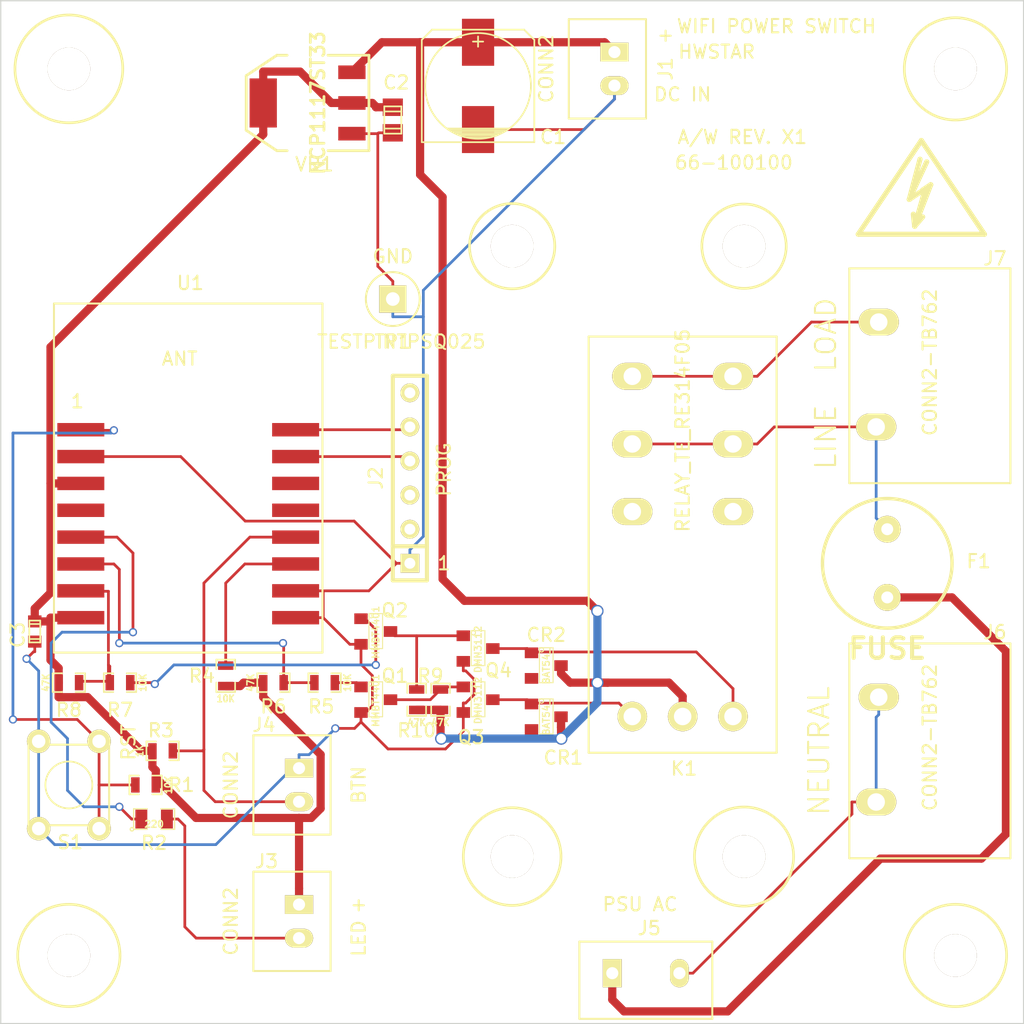
<source format=kicad_pcb>
(kicad_pcb (version 20171130) (host pcbnew "(5.1.12)-1")

  (general
    (thickness 1.6)
    (drawings 31)
    (tracks 285)
    (zones 0)
    (modules 41)
    (nets 31)
  )

  (page A3)
  (layers
    (0 F.Cu signal)
    (31 B.Cu signal)
    (32 B.Adhes user hide)
    (33 F.Adhes user hide)
    (34 B.Paste user hide)
    (35 F.Paste user hide)
    (36 B.SilkS user hide)
    (37 F.SilkS user hide)
    (38 B.Mask user hide)
    (39 F.Mask user hide)
    (40 Dwgs.User user hide)
    (41 Cmts.User user hide)
    (42 Eco1.User user hide)
    (43 Eco2.User user hide)
    (44 Edge.Cuts user)
  )

  (setup
    (last_trace_width 0.2032)
    (trace_clearance 0.2032)
    (zone_clearance 0.508)
    (zone_45_only no)
    (trace_min 0.2032)
    (via_size 0.6096)
    (via_drill 0.4064)
    (via_min_size 0.6096)
    (via_min_drill 0.4064)
    (uvia_size 0.6604)
    (uvia_drill 0.127)
    (uvias_allowed no)
    (uvia_min_size 0.508)
    (uvia_min_drill 0.127)
    (edge_width 0.1)
    (segment_width 0.2)
    (pcb_text_width 0.1524)
    (pcb_text_size 0.9906 0.9906)
    (mod_edge_width 0.15)
    (mod_text_size 1 1)
    (mod_text_width 0.1524)
    (pad_size 2 3)
    (pad_drill 1.3)
    (pad_to_mask_clearance 0)
    (aux_axis_origin 160.02 165.1)
    (visible_elements 7FFFFFFF)
    (pcbplotparams
      (layerselection 0x00030_80000001)
      (usegerberextensions true)
      (usegerberattributes true)
      (usegerberadvancedattributes true)
      (creategerberjobfile true)
      (excludeedgelayer true)
      (linewidth 0.152400)
      (plotframeref false)
      (viasonmask false)
      (mode 1)
      (useauxorigin false)
      (hpglpennumber 1)
      (hpglpenspeed 20)
      (hpglpendiameter 15.000000)
      (psnegative false)
      (psa4output false)
      (plotreference true)
      (plotvalue false)
      (plotinvisibletext false)
      (padsonsilk false)
      (subtractmaskfromsilk false)
      (outputformat 1)
      (mirror false)
      (drillshape 0)
      (scaleselection 1)
      (outputdirectory "/home/srodgers/projects/kicad/esp12-appliance-mod/66-100100-x1/"))
  )

  (net 0 "")
  (net 1 +3.3V)
  (net 2 +5V)
  (net 3 /CLEAR)
  (net 4 /RXD)
  (net 5 /SET)
  (net 6 /TXD)
  (net 7 /~RST)
  (net 8 GND)
  (net 9 "Net-(F1-Pad1)")
  (net 10 "Net-(F1-Pad2)")
  (net 11 "Net-(J2-Pad2)")
  (net 12 "Net-(J2-Pad3)")
  (net 13 "Net-(J2-Pad6)")
  (net 14 "Net-(J3-Pad2)")
  (net 15 "Net-(J4-Pad2)")
  (net 16 "Net-(J5-Pad2)")
  (net 17 "Net-(J7-Pad2)")
  (net 18 "Net-(K1-Pad12A)")
  (net 19 "Net-(K1-Pad12B)")
  (net 20 "Net-(Q1-Pad3)")
  (net 21 "Net-(Q1-Pad1)")
  (net 22 "Net-(Q2-Pad3)")
  (net 23 "Net-(Q2-Pad1)")
  (net 24 "Net-(R2-Pad1)")
  (net 25 "Net-(R4-Pad2)")
  (net 26 "Net-(R5-Pad2)")
  (net 27 "Net-(R7-Pad2)")
  (net 28 "Net-(U1-Pad4)")
  (net 29 "Net-(U1-Pad13)")
  (net 30 "Net-(U1-Pad14)")

  (net_class Default "This is the default net class."
    (clearance 0.2032)
    (trace_width 0.2032)
    (via_dia 0.6096)
    (via_drill 0.4064)
    (uvia_dia 0.6604)
    (uvia_drill 0.127)
    (add_net /CLEAR)
    (add_net /RXD)
    (add_net /SET)
    (add_net /TXD)
    (add_net /~RST)
    (add_net GND)
    (add_net "Net-(F1-Pad1)")
    (add_net "Net-(F1-Pad2)")
    (add_net "Net-(J2-Pad2)")
    (add_net "Net-(J2-Pad3)")
    (add_net "Net-(J2-Pad6)")
    (add_net "Net-(J3-Pad2)")
    (add_net "Net-(J4-Pad2)")
    (add_net "Net-(J5-Pad2)")
    (add_net "Net-(J7-Pad2)")
    (add_net "Net-(K1-Pad12A)")
    (add_net "Net-(K1-Pad12B)")
    (add_net "Net-(Q1-Pad1)")
    (add_net "Net-(Q1-Pad3)")
    (add_net "Net-(Q2-Pad1)")
    (add_net "Net-(Q2-Pad3)")
    (add_net "Net-(R2-Pad1)")
    (add_net "Net-(R4-Pad2)")
    (add_net "Net-(R5-Pad2)")
    (add_net "Net-(R7-Pad2)")
    (add_net "Net-(U1-Pad13)")
    (add_net "Net-(U1-Pad14)")
    (add_net "Net-(U1-Pad4)")
  )

  (net_class POWER ""
    (clearance 0.2032)
    (trace_width 0.6096)
    (via_dia 0.9144)
    (via_drill 0.7112)
    (uvia_dia 0.6604)
    (uvia_drill 0.127)
    (add_net +3.3V)
    (add_net +5V)
  )

  (module SW_TACT_6MM (layer F.Cu) (tedit 551A0C20) (tstamp 55184B26)
    (at 160.02 152.4 90)
    (path /54E8FF72)
    (fp_text reference S1 (at -4.2672 0.1016 180) (layer F.SilkS)
      (effects (font (size 0.9906 0.9906) (thickness 0.1524)))
    )
    (fp_text value SW_TACT (at 0 1.016 90) (layer F.SilkS) hide
      (effects (font (size 1.016 1.016) (thickness 0.2032)))
    )
    (fp_line (start -3 -3) (end 3 -3) (layer F.SilkS) (width 0.15))
    (fp_line (start 3 -3) (end 3 3) (layer F.SilkS) (width 0.15))
    (fp_line (start 3 3) (end -3 3) (layer F.SilkS) (width 0.15))
    (fp_line (start -3 3) (end -3 -3) (layer F.SilkS) (width 0.15))
    (fp_circle (center 0 0) (end 0 -1.75) (layer F.SilkS) (width 0.127))
    (pad 4 thru_hole circle (at 3.25 -2.25 90) (size 1.75 1.75) (drill 1) (layers *.Cu *.Mask F.SilkS)
      (net 8 GND))
    (pad 2 thru_hole circle (at 3.25 2.25 90) (size 1.75 1.75) (drill 1) (layers *.Cu *.Mask F.SilkS)
      (net 7 /~RST))
    (pad 3 thru_hole circle (at -3.25 -2.25 90) (size 1.75 1.75) (drill 1) (layers *.Cu *.Mask F.SilkS)
      (net 8 GND))
    (pad 1 thru_hole circle (at -3.25 2.25 90) (size 1.75 1.75) (drill 1) (layers *.Cu *.Mask F.SilkS)
      (net 7 /~RST))
  )

  (module SOT23 (layer F.Cu) (tedit 551A0B07) (tstamp 55184B32)
    (at 182.88 140.97 270)
    (tags SOT23)
    (path /54E92E4A)
    (fp_text reference Q2 (at -1.5748 -1.4224) (layer F.SilkS)
      (effects (font (size 0.9906 0.9906) (thickness 0.1524)))
    )
    (fp_text value MMBT4401 (at 0.0635 0 270) (layer F.SilkS)
      (effects (font (size 0.50038 0.50038) (thickness 0.09906)))
    )
    (fp_circle (center -1.17602 0.35052) (end -1.30048 0.44958) (layer F.SilkS) (width 0.07874))
    (fp_line (start 1.27 -0.508) (end 1.27 0.508) (layer F.SilkS) (width 0.07874))
    (fp_line (start -1.3335 -0.508) (end -1.3335 0.508) (layer F.SilkS) (width 0.07874))
    (fp_line (start 1.27 0.508) (end -1.3335 0.508) (layer F.SilkS) (width 0.07874))
    (fp_line (start -1.3335 -0.508) (end 1.27 -0.508) (layer F.SilkS) (width 0.07874))
    (pad 3 smd rect (at 0 -1.09982 270) (size 0.8001 1.00076) (layers F.Cu F.Paste F.Mask)
      (net 22 "Net-(Q2-Pad3)"))
    (pad 2 smd rect (at 0.9525 1.09982 270) (size 0.8001 1.00076) (layers F.Cu F.Paste F.Mask)
      (net 8 GND))
    (pad 1 smd rect (at -0.9525 1.09982 270) (size 0.8001 1.00076) (layers F.Cu F.Paste F.Mask)
      (net 23 "Net-(Q2-Pad1)"))
    (model smd\SOT23_3.wrl
      (at (xyz 0 0 0))
      (scale (xyz 0.4 0.4 0.4))
      (rotate (xyz 0 0 180))
    )
  )

  (module SOT23 (layer F.Cu) (tedit 551A0A66) (tstamp 55184B3E)
    (at 190.5 146.05 270)
    (tags SOT23)
    (path /55182C66)
    (fp_text reference Q3 (at 2.794 0.508) (layer F.SilkS)
      (effects (font (size 0.9906 0.9906) (thickness 0.1524)))
    )
    (fp_text value DMN3112 (at 0.0635 0 270) (layer F.SilkS)
      (effects (font (size 0.50038 0.50038) (thickness 0.09906)))
    )
    (fp_circle (center -1.17602 0.35052) (end -1.30048 0.44958) (layer F.SilkS) (width 0.07874))
    (fp_line (start 1.27 -0.508) (end 1.27 0.508) (layer F.SilkS) (width 0.07874))
    (fp_line (start -1.3335 -0.508) (end -1.3335 0.508) (layer F.SilkS) (width 0.07874))
    (fp_line (start 1.27 0.508) (end -1.3335 0.508) (layer F.SilkS) (width 0.07874))
    (fp_line (start -1.3335 -0.508) (end 1.27 -0.508) (layer F.SilkS) (width 0.07874))
    (pad 3 smd rect (at 0 -1.09982 270) (size 0.8001 1.00076) (layers F.Cu F.Paste F.Mask)
      (net 5 /SET))
    (pad 2 smd rect (at 0.9525 1.09982 270) (size 0.8001 1.00076) (layers F.Cu F.Paste F.Mask)
      (net 8 GND))
    (pad 1 smd rect (at -0.9525 1.09982 270) (size 0.8001 1.00076) (layers F.Cu F.Paste F.Mask)
      (net 20 "Net-(Q1-Pad3)"))
    (model smd\SOT23_3.wrl
      (at (xyz 0 0 0))
      (scale (xyz 0.4 0.4 0.4))
      (rotate (xyz 0 0 180))
    )
  )

  (module SOT23 (layer F.Cu) (tedit 551A0CB4) (tstamp 55184B4A)
    (at 195.58 147.32 270)
    (tags SOT23)
    (path /54E95453)
    (fp_text reference CR1 (at 3.048 -1.27) (layer F.SilkS)
      (effects (font (size 0.9906 0.9906) (thickness 0.1524)))
    )
    (fp_text value BAT54_ (at 0.0635 0 270) (layer F.SilkS)
      (effects (font (size 0.50038 0.50038) (thickness 0.09906)))
    )
    (fp_circle (center -1.17602 0.35052) (end -1.30048 0.44958) (layer F.SilkS) (width 0.07874))
    (fp_line (start 1.27 -0.508) (end 1.27 0.508) (layer F.SilkS) (width 0.07874))
    (fp_line (start -1.3335 -0.508) (end -1.3335 0.508) (layer F.SilkS) (width 0.07874))
    (fp_line (start 1.27 0.508) (end -1.3335 0.508) (layer F.SilkS) (width 0.07874))
    (fp_line (start -1.3335 -0.508) (end 1.27 -0.508) (layer F.SilkS) (width 0.07874))
    (pad 3 smd rect (at 0 -1.09982 270) (size 0.8001 1.00076) (layers F.Cu F.Paste F.Mask)
      (net 2 +5V))
    (pad 2 smd rect (at 0.9525 1.09982 270) (size 0.8001 1.00076) (layers F.Cu F.Paste F.Mask))
    (pad 1 smd rect (at -0.9525 1.09982 270) (size 0.8001 1.00076) (layers F.Cu F.Paste F.Mask)
      (net 5 /SET))
    (model smd\SOT23_3.wrl
      (at (xyz 0 0 0))
      (scale (xyz 0.4 0.4 0.4))
      (rotate (xyz 0 0 180))
    )
  )

  (module SOT23 (layer F.Cu) (tedit 551A0A47) (tstamp 55184B56)
    (at 195.58 143.51 270)
    (tags SOT23)
    (path /54E95446)
    (fp_text reference CR2 (at -2.286 0) (layer F.SilkS)
      (effects (font (size 0.9906 0.9906) (thickness 0.1524)))
    )
    (fp_text value BAT54_ (at 0.0635 0 270) (layer F.SilkS)
      (effects (font (size 0.50038 0.50038) (thickness 0.09906)))
    )
    (fp_circle (center -1.17602 0.35052) (end -1.30048 0.44958) (layer F.SilkS) (width 0.07874))
    (fp_line (start 1.27 -0.508) (end 1.27 0.508) (layer F.SilkS) (width 0.07874))
    (fp_line (start -1.3335 -0.508) (end -1.3335 0.508) (layer F.SilkS) (width 0.07874))
    (fp_line (start 1.27 0.508) (end -1.3335 0.508) (layer F.SilkS) (width 0.07874))
    (fp_line (start -1.3335 -0.508) (end 1.27 -0.508) (layer F.SilkS) (width 0.07874))
    (pad 3 smd rect (at 0 -1.09982 270) (size 0.8001 1.00076) (layers F.Cu F.Paste F.Mask)
      (net 2 +5V))
    (pad 2 smd rect (at 0.9525 1.09982 270) (size 0.8001 1.00076) (layers F.Cu F.Paste F.Mask))
    (pad 1 smd rect (at -0.9525 1.09982 270) (size 0.8001 1.00076) (layers F.Cu F.Paste F.Mask)
      (net 3 /CLEAR))
    (model smd\SOT23_3.wrl
      (at (xyz 0 0 0))
      (scale (xyz 0.4 0.4 0.4))
      (rotate (xyz 0 0 180))
    )
  )

  (module SOT23 (layer F.Cu) (tedit 551A0A54) (tstamp 55184B62)
    (at 190.5 142.24 270)
    (tags SOT23)
    (path /55182C75)
    (fp_text reference Q4 (at 1.6256 -1.524) (layer F.SilkS)
      (effects (font (size 0.9906 0.9906) (thickness 0.1524)))
    )
    (fp_text value DMN3112 (at 0.0635 0 270) (layer F.SilkS)
      (effects (font (size 0.50038 0.50038) (thickness 0.09906)))
    )
    (fp_circle (center -1.17602 0.35052) (end -1.30048 0.44958) (layer F.SilkS) (width 0.07874))
    (fp_line (start 1.27 -0.508) (end 1.27 0.508) (layer F.SilkS) (width 0.07874))
    (fp_line (start -1.3335 -0.508) (end -1.3335 0.508) (layer F.SilkS) (width 0.07874))
    (fp_line (start 1.27 0.508) (end -1.3335 0.508) (layer F.SilkS) (width 0.07874))
    (fp_line (start -1.3335 -0.508) (end 1.27 -0.508) (layer F.SilkS) (width 0.07874))
    (pad 3 smd rect (at 0 -1.09982 270) (size 0.8001 1.00076) (layers F.Cu F.Paste F.Mask)
      (net 3 /CLEAR))
    (pad 2 smd rect (at 0.9525 1.09982 270) (size 0.8001 1.00076) (layers F.Cu F.Paste F.Mask)
      (net 8 GND))
    (pad 1 smd rect (at -0.9525 1.09982 270) (size 0.8001 1.00076) (layers F.Cu F.Paste F.Mask)
      (net 22 "Net-(Q2-Pad3)"))
    (model smd\SOT23_3.wrl
      (at (xyz 0 0 0))
      (scale (xyz 0.4 0.4 0.4))
      (rotate (xyz 0 0 180))
    )
  )

  (module SOT23 (layer F.Cu) (tedit 551A0AFA) (tstamp 55184B6E)
    (at 182.88 146.05 270)
    (tags SOT23)
    (path /54E92E37)
    (fp_text reference Q1 (at -1.778 -1.4224) (layer F.SilkS)
      (effects (font (size 0.9906 0.9906) (thickness 0.1524)))
    )
    (fp_text value MMBT4401 (at 0.0635 0 270) (layer F.SilkS)
      (effects (font (size 0.50038 0.50038) (thickness 0.09906)))
    )
    (fp_circle (center -1.17602 0.35052) (end -1.30048 0.44958) (layer F.SilkS) (width 0.07874))
    (fp_line (start 1.27 -0.508) (end 1.27 0.508) (layer F.SilkS) (width 0.07874))
    (fp_line (start -1.3335 -0.508) (end -1.3335 0.508) (layer F.SilkS) (width 0.07874))
    (fp_line (start 1.27 0.508) (end -1.3335 0.508) (layer F.SilkS) (width 0.07874))
    (fp_line (start -1.3335 -0.508) (end 1.27 -0.508) (layer F.SilkS) (width 0.07874))
    (pad 3 smd rect (at 0 -1.09982 270) (size 0.8001 1.00076) (layers F.Cu F.Paste F.Mask)
      (net 20 "Net-(Q1-Pad3)"))
    (pad 2 smd rect (at 0.9525 1.09982 270) (size 0.8001 1.00076) (layers F.Cu F.Paste F.Mask)
      (net 8 GND))
    (pad 1 smd rect (at -0.9525 1.09982 270) (size 0.8001 1.00076) (layers F.Cu F.Paste F.Mask)
      (net 21 "Net-(Q1-Pad1)"))
    (model smd\SOT23_3.wrl
      (at (xyz 0 0 0))
      (scale (xyz 0.4 0.4 0.4))
      (rotate (xyz 0 0 180))
    )
  )

  (module SOT223 (layer F.Cu) (tedit 551A099C) (tstamp 55184B7E)
    (at 177.8 101.6 90)
    (descr "module CMS SOT223 4 pins")
    (tags "CMS SOT")
    (path /54E8F6C3)
    (attr smd)
    (fp_text reference VR1 (at -4.572 0.508 180) (layer F.SilkS)
      (effects (font (size 1.016 1.016) (thickness 0.1524)))
    )
    (fp_text value NCP1117ST33 (at 0 0.762 90) (layer F.SilkS)
      (effects (font (size 1.016 1.016) (thickness 0.2032)))
    )
    (fp_line (start -3.556 1.524) (end -3.556 4.572) (layer F.SilkS) (width 0.2032))
    (fp_line (start -3.556 4.572) (end 3.556 4.572) (layer F.SilkS) (width 0.2032))
    (fp_line (start 3.556 4.572) (end 3.556 1.524) (layer F.SilkS) (width 0.2032))
    (fp_line (start -3.556 -1.524) (end -3.556 -2.286) (layer F.SilkS) (width 0.2032))
    (fp_line (start -3.556 -2.286) (end -2.032 -4.572) (layer F.SilkS) (width 0.2032))
    (fp_line (start -2.032 -4.572) (end 2.032 -4.572) (layer F.SilkS) (width 0.2032))
    (fp_line (start 2.032 -4.572) (end 3.556 -2.286) (layer F.SilkS) (width 0.2032))
    (fp_line (start 3.556 -2.286) (end 3.556 -1.524) (layer F.SilkS) (width 0.2032))
    (pad 4 smd rect (at 0 -3.302 90) (size 3.6576 2.032) (layers F.Cu F.Paste F.Mask)
      (net 1 +3.3V))
    (pad 2 smd rect (at 0 3.302 90) (size 1.016 2.032) (layers F.Cu F.Paste F.Mask)
      (net 1 +3.3V))
    (pad 3 smd rect (at 2.286 3.302 90) (size 1.016 2.032) (layers F.Cu F.Paste F.Mask)
      (net 2 +5V))
    (pad 1 smd rect (at -2.286 3.302 90) (size 1.016 2.032) (layers F.Cu F.Paste F.Mask)
      (net 8 GND))
    (model smd/SOT223.wrl
      (at (xyz 0 0 0))
      (scale (xyz 0.4 0.4 0.4))
      (rotate (xyz 0 0 0))
    )
  )

  (module JST_B2B_XH_A (layer F.Cu) (tedit 551A09B0) (tstamp 55184B97)
    (at 200.66 99.06 270)
    (path /55183AF0)
    (fp_text reference J1 (at 0 -3.81 270) (layer F.SilkS)
      (effects (font (size 1 1) (thickness 0.1524)))
    )
    (fp_text value CONN2 (at 0 5.08 270) (layer F.SilkS)
      (effects (font (size 1 1) (thickness 0.15)))
    )
    (fp_line (start -3.7 -2.35) (end 3.7 -2.35) (layer F.SilkS) (width 0.15))
    (fp_line (start 3.7 -2.35) (end 3.7 3.4) (layer F.SilkS) (width 0.15))
    (fp_line (start 3.7 3.4) (end -3.7 3.4) (layer F.SilkS) (width 0.15))
    (fp_line (start -3.7 3.4) (end -3.7 -2.35) (layer F.SilkS) (width 0.15))
    (pad 1 thru_hole rect (at -1.25 0 270) (size 1.4 2.1) (drill 0.9) (layers *.Cu *.Mask F.SilkS)
      (net 2 +5V))
    (pad 2 thru_hole oval (at 1.25 0 270) (size 1.4 2.1) (drill 0.9) (layers *.Cu *.Mask F.SilkS)
      (net 8 GND))
  )

  (module JST_B2B_XH_A (layer F.Cu) (tedit 551A0B33) (tstamp 55184BA1)
    (at 177.165 162.56 270)
    (path /54ECF07C)
    (fp_text reference J3 (at -4.4704 2.413) (layer F.SilkS)
      (effects (font (size 0.9906 0.9906) (thickness 0.1524)))
    )
    (fp_text value CONN2 (at 0 5.08 270) (layer F.SilkS)
      (effects (font (size 1 1) (thickness 0.15)))
    )
    (fp_line (start -3.7 -2.35) (end 3.7 -2.35) (layer F.SilkS) (width 0.15))
    (fp_line (start 3.7 -2.35) (end 3.7 3.4) (layer F.SilkS) (width 0.15))
    (fp_line (start 3.7 3.4) (end -3.7 3.4) (layer F.SilkS) (width 0.15))
    (fp_line (start -3.7 3.4) (end -3.7 -2.35) (layer F.SilkS) (width 0.15))
    (pad 1 thru_hole rect (at -1.25 0 270) (size 1.4 2.1) (drill 0.9) (layers *.Cu *.Mask F.SilkS)
      (net 1 +3.3V))
    (pad 2 thru_hole oval (at 1.25 0 270) (size 1.4 2.1) (drill 0.9) (layers *.Cu *.Mask F.SilkS)
      (net 14 "Net-(J3-Pad2)"))
  )

  (module JST_B2B_XH_A (layer F.Cu) (tedit 551A0B23) (tstamp 55184BAB)
    (at 177.165 152.4 270)
    (path /54E902B6)
    (fp_text reference J4 (at -4.4704 2.6162) (layer F.SilkS)
      (effects (font (size 0.9906 0.9906) (thickness 0.1524)))
    )
    (fp_text value CONN2 (at 0 5.08 270) (layer F.SilkS)
      (effects (font (size 1 1) (thickness 0.15)))
    )
    (fp_line (start -3.7 -2.35) (end 3.7 -2.35) (layer F.SilkS) (width 0.15))
    (fp_line (start 3.7 -2.35) (end 3.7 3.4) (layer F.SilkS) (width 0.15))
    (fp_line (start 3.7 3.4) (end -3.7 3.4) (layer F.SilkS) (width 0.15))
    (fp_line (start -3.7 3.4) (end -3.7 -2.35) (layer F.SilkS) (width 0.15))
    (pad 1 thru_hole rect (at -1.25 0 270) (size 1.4 2.1) (drill 0.9) (layers *.Cu *.Mask F.SilkS)
      (net 8 GND))
    (pad 2 thru_hole oval (at 1.25 0 270) (size 1.4 2.1) (drill 0.9) (layers *.Cu *.Mask F.SilkS)
      (net 15 "Net-(J4-Pad2)"))
  )

  (module c_elec_8x10 (layer F.Cu) (tedit 551A0993) (tstamp 55184BC0)
    (at 190.5 100.33 90)
    (descr "SMT capacitor, aluminium electrolytic, 8x10")
    (path /55176475)
    (fp_text reference C1 (at -3.81 5.588 180) (layer F.SilkS)
      (effects (font (size 0.9906 0.9906) (thickness 0.1524)))
    )
    (fp_text value 470 (at 0 4.826 90) (layer F.SilkS) hide
      (effects (font (size 0.50038 0.50038) (thickness 0.11938)))
    )
    (fp_circle (center 0 0) (end 3.937 0) (layer F.SilkS) (width 0.127))
    (fp_line (start -3.81 -1.016) (end -3.81 1.016) (layer F.SilkS) (width 0.127))
    (fp_line (start -3.683 1.397) (end -3.683 -1.397) (layer F.SilkS) (width 0.127))
    (fp_line (start -3.556 -1.651) (end -3.556 1.651) (layer F.SilkS) (width 0.127))
    (fp_line (start -3.429 1.905) (end -3.429 -1.905) (layer F.SilkS) (width 0.127))
    (fp_line (start -3.302 2.032) (end -3.302 -2.032) (layer F.SilkS) (width 0.127))
    (fp_line (start -3.175 -2.286) (end -3.175 2.286) (layer F.SilkS) (width 0.127))
    (fp_line (start -4.191 -4.191) (end -4.191 4.191) (layer F.SilkS) (width 0.127))
    (fp_line (start -4.191 4.191) (end 3.429 4.191) (layer F.SilkS) (width 0.127))
    (fp_line (start 3.429 4.191) (end 4.191 3.429) (layer F.SilkS) (width 0.127))
    (fp_line (start 4.191 3.429) (end 4.191 -3.429) (layer F.SilkS) (width 0.127))
    (fp_line (start 4.191 -3.429) (end 3.429 -4.191) (layer F.SilkS) (width 0.127))
    (fp_line (start 3.429 -4.191) (end -4.191 -4.191) (layer F.SilkS) (width 0.127))
    (fp_line (start 3.683 0) (end 2.921 0) (layer F.SilkS) (width 0.127))
    (fp_line (start 3.302 -0.381) (end 3.302 0.381) (layer F.SilkS) (width 0.127))
    (pad 1 smd rect (at 3.2512 0 90) (size 3.50012 2.4003) (layers F.Cu F.Paste F.Mask)
      (net 2 +5V))
    (pad 2 smd rect (at -3.2512 0 90) (size 3.50012 2.4003) (layers F.Cu F.Paste F.Mask)
      (net 8 GND))
    (model smd/capacitors/c_elec_8x10.wrl
      (at (xyz 0 0 0))
      (scale (xyz 1 1 1))
      (rotate (xyz 0 0 0))
    )
  )

  (module c_0603 (layer F.Cu) (tedit 551A0C08) (tstamp 55184BCC)
    (at 157.48 140.97 90)
    (descr "SMT capacitor, 0603")
    (path /5516DDB6)
    (fp_text reference C3 (at -0.254 -1.27 90) (layer F.SilkS)
      (effects (font (size 0.9906 0.9906) (thickness 0.1524)))
    )
    (fp_text value 0.1U (at 0 0.635 90) (layer F.SilkS) hide
      (effects (font (size 0.20066 0.20066) (thickness 0.04064)))
    )
    (fp_line (start 0.5588 0.4064) (end 0.5588 -0.4064) (layer F.SilkS) (width 0.127))
    (fp_line (start -0.5588 -0.381) (end -0.5588 0.4064) (layer F.SilkS) (width 0.127))
    (fp_line (start -0.8128 -0.4064) (end 0.8128 -0.4064) (layer F.SilkS) (width 0.127))
    (fp_line (start 0.8128 -0.4064) (end 0.8128 0.4064) (layer F.SilkS) (width 0.127))
    (fp_line (start 0.8128 0.4064) (end -0.8128 0.4064) (layer F.SilkS) (width 0.127))
    (fp_line (start -0.8128 0.4064) (end -0.8128 -0.4064) (layer F.SilkS) (width 0.127))
    (pad 1 smd rect (at 0.75184 0 90) (size 0.89916 1.00076) (layers F.Cu F.Paste F.Mask)
      (net 1 +3.3V))
    (pad 2 smd rect (at -0.75184 0 90) (size 0.89916 1.00076) (layers F.Cu F.Paste F.Mask)
      (net 8 GND))
    (model smd/capacitors/c_0603.wrl
      (at (xyz 0 0 0))
      (scale (xyz 1 1 1))
      (rotate (xyz 0 0 0))
    )
  )

  (module BELFUSE_MRT (layer F.Cu) (tedit 551A0A15) (tstamp 55184BE0)
    (at 220.98 135.89)
    (descr "Capacitor, pol, cyl 8x13mm")
    (path /54E9505A)
    (fp_text reference F1 (at 6.8072 -0.1524) (layer F.SilkS)
      (effects (font (size 0.9906 0.9906) (thickness 0.1524)))
    )
    (fp_text value FUSE (at 0 6.35) (layer F.SilkS)
      (effects (font (size 1.524 1.524) (thickness 0.3048)))
    )
    (fp_circle (center 0 0) (end -4.826 0) (layer F.SilkS) (width 0.254))
    (pad 1 thru_hole circle (at 0 2.54) (size 1.99898 1.99898) (drill 0.889) (layers *.Cu *.Mask F.SilkS)
      (net 9 "Net-(F1-Pad1)"))
    (pad 2 thru_hole circle (at 0 -2.54) (size 1.99898 1.99898) (drill 0.889) (layers *.Cu *.Mask F.SilkS)
      (net 10 "Net-(F1-Pad2)"))
    (model discret/capacitor/cp_8x13mm.wrl
      (at (xyz 0 0 0))
      (scale (xyz 1 1 1))
      (rotate (xyz 0 0 0))
    )
  )

  (module RELAY_TE_RE314F (layer F.Cu) (tedit 551A09EC) (tstamp 55187F58)
    (at 205.74 127 90)
    (path /54E94D3C)
    (fp_text reference K1 (at -24.1808 0.1016 180) (layer F.SilkS)
      (effects (font (size 1 1) (thickness 0.1524)))
    )
    (fp_text value RELAY_TE_RE314F05 (at 1 0 90) (layer F.SilkS)
      (effects (font (size 1 1) (thickness 0.15)))
    )
    (fp_line (start -23 -7) (end 8 -7) (layer F.SilkS) (width 0.15))
    (fp_line (start 8 -7) (end 8 7) (layer F.SilkS) (width 0.15))
    (fp_line (start 8 7) (end -23 7) (layer F.SilkS) (width 0.15))
    (fp_line (start -23 7) (end -23 -7) (layer F.SilkS) (width 0.15))
    (pad A3 thru_hole oval (at -20.3 0 90) (size 2.2 2.2) (drill 1.3) (layers *.Cu *.Mask F.SilkS)
      (net 2 +5V))
    (pad A1 thru_hole oval (at -20.3 3.75 90) (size 2.2 2.2) (drill 1.3) (layers *.Cu *.Mask F.SilkS)
      (net 3 /CLEAR))
    (pad A2 thru_hole oval (at -20.3 -3.75 90) (size 2.2 2.2) (drill 1.3) (layers *.Cu *.Mask F.SilkS)
      (net 5 /SET))
    (pad 11A thru_hole oval (at 0 3.75 90) (size 2 3) (drill 1.3) (layers *.Cu *.Mask F.SilkS)
      (net 10 "Net-(F1-Pad2)"))
    (pad 11B thru_hole oval (at 0 -3.75 90) (size 2 3) (drill 1.3) (layers *.Cu *.Mask F.SilkS)
      (net 10 "Net-(F1-Pad2)"))
    (pad 12A thru_hole oval (at -5.04 3.75 90) (size 2 3) (drill 1.3) (layers *.Cu *.Mask F.SilkS)
      (net 18 "Net-(K1-Pad12A)"))
    (pad 12B thru_hole oval (at -5.04 -3.75 90) (size 2 3) (drill 1.3) (layers *.Cu *.Mask F.SilkS)
      (net 19 "Net-(K1-Pad12B)"))
    (pad 14A thru_hole oval (at 5.04 3.75 90) (size 2 3) (drill 1.3) (layers *.Cu *.Mask F.SilkS)
      (net 17 "Net-(J7-Pad2)"))
    (pad 14B thru_hole oval (at 5.04 -3.75 90) (size 2 3) (drill 1.3) (layers *.Cu *.Mask F.SilkS)
      (net 17 "Net-(J7-Pad2)"))
  )

  (module ESP8266-ESP12 (layer F.Cu) (tedit 551A09A7) (tstamp 55187F70)
    (at 168.91 129.54 270)
    (path /55175BC0)
    (fp_text reference U1 (at -14.5288 -0.1524) (layer F.SilkS)
      (effects (font (size 1 1) (thickness 0.1524)))
    )
    (fp_text value ESP8266-ESP-12 (at 1 0 270) (layer F.SilkS) hide
      (effects (font (size 1 1) (thickness 0.15)))
    )
    (fp_line (start -13 -10) (end 13 -10) (layer F.SilkS) (width 0.15))
    (fp_line (start 13 -10) (end 13 10) (layer F.SilkS) (width 0.15))
    (fp_line (start 13 10) (end -13 10) (layer F.SilkS) (width 0.15))
    (fp_line (start -13 10) (end -13 -10) (layer F.SilkS) (width 0.15))
    (pad 1 smd rect (at -3.6 8 270) (size 1 3.5) (layers F.Cu F.Paste F.Mask)
      (net 7 /~RST))
    (pad 2 smd rect (at -1.6 8 270) (size 1 3.5) (layers F.Cu F.Paste F.Mask)
      (net 8 GND))
    (pad 3 smd rect (at 0.4 8 270) (size 1 3.5) (layers F.Cu F.Paste F.Mask)
      (net 1 +3.3V))
    (pad 4 smd rect (at 2.4 8 270) (size 1 3.5) (layers F.Cu F.Paste F.Mask)
      (net 28 "Net-(U1-Pad4)"))
    (pad 5 smd rect (at 4.4 8 270) (size 1 3.5) (layers F.Cu F.Paste F.Mask)
      (net 24 "Net-(R2-Pad1)"))
    (pad 6 smd rect (at 6.4 8 270) (size 1 3.5) (layers F.Cu F.Paste F.Mask)
      (net 26 "Net-(R5-Pad2)"))
    (pad 7 smd rect (at 8.4 8 270) (size 1 3.5) (layers F.Cu F.Paste F.Mask)
      (net 27 "Net-(R7-Pad2)"))
    (pad 8 smd rect (at 10.4 8 270) (size 1 3.5) (layers F.Cu F.Paste F.Mask)
      (net 1 +3.3V))
    (pad 9 smd rect (at 10.4 -8 270) (size 1 3.5) (layers F.Cu F.Paste F.Mask)
      (net 8 GND))
    (pad 10 smd rect (at 8.4 -8 270) (size 1 3.5) (layers F.Cu F.Paste F.Mask)
      (net 8 GND))
    (pad 11 smd rect (at 6.4 -8 270) (size 1 3.5) (layers F.Cu F.Paste F.Mask)
      (net 25 "Net-(R4-Pad2)"))
    (pad 12 smd rect (at 4.4 -8 270) (size 1 3.5) (layers F.Cu F.Paste F.Mask)
      (net 15 "Net-(J4-Pad2)"))
    (pad 13 smd rect (at 2.4 -8 270) (size 1 3.5) (layers F.Cu F.Paste F.Mask)
      (net 29 "Net-(U1-Pad13)"))
    (pad 14 smd rect (at 0.4 -8 270) (size 1 3.5) (layers F.Cu F.Paste F.Mask)
      (net 30 "Net-(U1-Pad14)"))
    (pad 15 smd rect (at -1.6 -8 270) (size 1 3.5) (layers F.Cu F.Paste F.Mask)
      (net 4 /RXD))
    (pad 16 smd rect (at -3.6 -8 270) (size 1 3.5) (layers F.Cu F.Paste F.Mask)
      (net 6 /TXD))
  )

  (module SIL-6 (layer F.Cu) (tedit 551A078F) (tstamp 55184B8D)
    (at 185.42 129.54 90)
    (descr "Connecteur 6 pins")
    (tags "CONN DEV")
    (path /54E8FB74)
    (fp_text reference J2 (at 0 -2.54 90) (layer F.SilkS)
      (effects (font (size 0.9906 0.9906) (thickness 0.14986)))
    )
    (fp_text value CONN6 (at 0 -2.54 90) (layer F.SilkS) hide
      (effects (font (size 1.524 1.016) (thickness 0.3048)))
    )
    (fp_line (start -7.62 1.27) (end -7.62 -1.27) (layer F.SilkS) (width 0.3048))
    (fp_line (start -7.62 -1.27) (end 7.62 -1.27) (layer F.SilkS) (width 0.3048))
    (fp_line (start 7.62 -1.27) (end 7.62 1.27) (layer F.SilkS) (width 0.3048))
    (fp_line (start 7.62 1.27) (end -7.62 1.27) (layer F.SilkS) (width 0.3048))
    (fp_line (start -5.08 1.27) (end -5.08 -1.27) (layer F.SilkS) (width 0.3048))
    (pad 1 thru_hole rect (at -6.35 0 90) (size 1.397 1.397) (drill 0.8128) (layers *.Cu *.Mask F.SilkS)
      (net 8 GND))
    (pad 2 thru_hole circle (at -3.81 0 90) (size 1.397 1.397) (drill 0.8128) (layers *.Cu *.Mask F.SilkS)
      (net 11 "Net-(J2-Pad2)"))
    (pad 3 thru_hole circle (at -1.27 0 90) (size 1.397 1.397) (drill 0.8128) (layers *.Cu *.Mask F.SilkS)
      (net 12 "Net-(J2-Pad3)"))
    (pad 4 thru_hole circle (at 1.27 0 90) (size 1.397 1.397) (drill 0.8128) (layers *.Cu *.Mask F.SilkS)
      (net 4 /RXD))
    (pad 5 thru_hole circle (at 3.81 0 90) (size 1.397 1.397) (drill 0.8128) (layers *.Cu *.Mask F.SilkS)
      (net 6 /TXD))
    (pad 6 thru_hole circle (at 6.35 0 90) (size 1.397 1.397) (drill 0.8128) (layers *.Cu *.Mask F.SilkS)
      (net 13 "Net-(J2-Pad6)"))
  )

  (module c_0805 (layer F.Cu) (tedit 551A098B) (tstamp 551A0968)
    (at 184.15 102.87 90)
    (descr "SMT capacitor, 0805")
    (path /54E8F820)
    (fp_text reference C2 (at 2.794 0.254 180) (layer F.SilkS)
      (effects (font (size 0.9906 0.9906) (thickness 0.1524)))
    )
    (fp_text value 10U (at 0 0.9906 90) (layer F.SilkS) hide
      (effects (font (size 0.29972 0.29972) (thickness 0.06096)))
    )
    (fp_line (start 0.635 -0.635) (end 0.635 0.635) (layer F.SilkS) (width 0.127))
    (fp_line (start -0.635 -0.635) (end -0.635 0.6096) (layer F.SilkS) (width 0.127))
    (fp_line (start -1.016 -0.635) (end 1.016 -0.635) (layer F.SilkS) (width 0.127))
    (fp_line (start 1.016 -0.635) (end 1.016 0.635) (layer F.SilkS) (width 0.127))
    (fp_line (start 1.016 0.635) (end -1.016 0.635) (layer F.SilkS) (width 0.127))
    (fp_line (start -1.016 0.635) (end -1.016 -0.635) (layer F.SilkS) (width 0.127))
    (pad 1 smd rect (at 0.9525 0 90) (size 1.30048 1.4986) (layers F.Cu F.Paste F.Mask)
      (net 1 +3.3V))
    (pad 2 smd rect (at -0.9525 0 90) (size 1.30048 1.4986) (layers F.Cu F.Paste F.Mask)
      (net 8 GND))
    (model smd/capacitors/c_0805.wrl
      (at (xyz 0 0 0))
      (scale (xyz 1 1 1))
      (rotate (xyz 0 0 0))
    )
  )

  (module 7R62vertscrewterm2pos (layer F.Cu) (tedit 551A0A20) (tstamp 551885D6)
    (at 224.155 121.92 90)
    (path /55185739)
    (fp_text reference J7 (at 8.7376 4.8514 180) (layer F.SilkS)
      (effects (font (size 1 1) (thickness 0.1524)))
    )
    (fp_text value CONN2-TB762 (at 1 0 90) (layer F.SilkS)
      (effects (font (size 1 1) (thickness 0.15)))
    )
    (fp_line (start -8 -6) (end -8 6) (layer F.SilkS) (width 0.15))
    (fp_line (start -8 6) (end 8 6) (layer F.SilkS) (width 0.15))
    (fp_line (start 8 6) (end 8 -6) (layer F.SilkS) (width 0.15))
    (fp_line (start 8 -6) (end -8 -6) (layer F.SilkS) (width 0.15))
    (pad 1 thru_hole oval (at -3.81 -4 90) (size 2 3) (drill 1.3) (layers *.Cu *.Mask F.SilkS)
      (net 10 "Net-(F1-Pad2)"))
    (pad 2 thru_hole oval (at 4 -3.81 90) (size 2 3) (drill 1.3) (layers *.Cu *.Mask F.SilkS)
      (net 17 "Net-(J7-Pad2)"))
  )

  (module 7R62vertscrewterm2pos (layer F.Cu) (tedit 551A0A1B) (tstamp 551885F7)
    (at 224.155 149.86 90)
    (path /55185733)
    (fp_text reference J6 (at 8.8392 4.8514 180) (layer F.SilkS)
      (effects (font (size 1 1) (thickness 0.1524)))
    )
    (fp_text value CONN2-TB762 (at 1 0 90) (layer F.SilkS)
      (effects (font (size 1 1) (thickness 0.15)))
    )
    (fp_line (start -8 -6) (end -8 6) (layer F.SilkS) (width 0.15))
    (fp_line (start -8 6) (end 8 6) (layer F.SilkS) (width 0.15))
    (fp_line (start 8 6) (end 8 -6) (layer F.SilkS) (width 0.15))
    (fp_line (start 8 -6) (end -8 -6) (layer F.SilkS) (width 0.15))
    (pad 1 thru_hole oval (at -3.81 -4 90) (size 2 3) (drill 1.3) (layers *.Cu *.Mask F.SilkS)
      (net 16 "Net-(J5-Pad2)"))
    (pad 2 thru_hole oval (at 4 -3.81 90) (size 2 3) (drill 1.3) (layers *.Cu *.Mask F.SilkS)
      (net 16 "Net-(J5-Pad2)"))
  )

  (module SM0805 (layer F.Cu) (tedit 551A0C65) (tstamp 551888B8)
    (at 166.37 154.94)
    (path /54E934ED)
    (attr smd)
    (fp_text reference R2 (at 0 1.778) (layer F.SilkS)
      (effects (font (size 0.9906 0.9906) (thickness 0.1524)))
    )
    (fp_text value 220 (at 0 0.381) (layer F.SilkS)
      (effects (font (size 0.50038 0.50038) (thickness 0.10922)))
    )
    (fp_circle (center -1.651 0.762) (end -1.651 0.635) (layer F.SilkS) (width 0.09906))
    (fp_line (start -0.508 0.762) (end -1.524 0.762) (layer F.SilkS) (width 0.09906))
    (fp_line (start -1.524 0.762) (end -1.524 -0.762) (layer F.SilkS) (width 0.09906))
    (fp_line (start -1.524 -0.762) (end -0.508 -0.762) (layer F.SilkS) (width 0.09906))
    (fp_line (start 0.508 -0.762) (end 1.524 -0.762) (layer F.SilkS) (width 0.09906))
    (fp_line (start 1.524 -0.762) (end 1.524 0.762) (layer F.SilkS) (width 0.09906))
    (fp_line (start 1.524 0.762) (end 0.508 0.762) (layer F.SilkS) (width 0.09906))
    (pad 1 smd rect (at -0.9525 0) (size 0.889 1.397) (layers F.Cu F.Paste F.Mask)
      (net 24 "Net-(R2-Pad1)"))
    (pad 2 smd rect (at 0.9525 0) (size 0.889 1.397) (layers F.Cu F.Paste F.Mask)
      (net 14 "Net-(J3-Pad2)"))
    (model smd/chip_cms.wrl
      (at (xyz 0 0 0))
      (scale (xyz 0.1 0.1 0.1))
      (rotate (xyz 0 0 0))
    )
  )

  (module SM0603_Resistor (layer F.Cu) (tedit 551A0C53) (tstamp 551888C4)
    (at 165.735 152.4 180)
    (path /54E8FEA6)
    (attr smd)
    (fp_text reference R1 (at -2.667 0 180) (layer F.SilkS)
      (effects (font (size 0.9906 0.9906) (thickness 0.1524)))
    )
    (fp_text value 10K (at -1.69926 0 270) (layer F.SilkS)
      (effects (font (size 0.508 0.4572) (thickness 0.1143)))
    )
    (fp_line (start -0.50038 -0.6985) (end -1.2065 -0.6985) (layer F.SilkS) (width 0.127))
    (fp_line (start -1.2065 -0.6985) (end -1.2065 0.6985) (layer F.SilkS) (width 0.127))
    (fp_line (start -1.2065 0.6985) (end -0.50038 0.6985) (layer F.SilkS) (width 0.127))
    (fp_line (start 1.2065 -0.6985) (end 0.50038 -0.6985) (layer F.SilkS) (width 0.127))
    (fp_line (start 1.2065 -0.6985) (end 1.2065 0.6985) (layer F.SilkS) (width 0.127))
    (fp_line (start 1.2065 0.6985) (end 0.50038 0.6985) (layer F.SilkS) (width 0.127))
    (pad 1 smd rect (at -0.762 0 180) (size 0.635 1.143) (layers F.Cu F.Paste F.Mask)
      (net 1 +3.3V))
    (pad 2 smd rect (at 0.762 0 180) (size 0.635 1.143) (layers F.Cu F.Paste F.Mask)
      (net 7 /~RST))
    (model smd\resistors\R0603.wrl
      (offset (xyz 0 0 0.02539999961853028))
      (scale (xyz 0.5 0.5 0.5))
      (rotate (xyz 0 0 0))
    )
  )

  (module SM0603_Resistor (layer F.Cu) (tedit 551A0C36) (tstamp 551888D0)
    (at 167.005 149.86)
    (path /54E9007F)
    (attr smd)
    (fp_text reference R3 (at -0.127 -1.524) (layer F.SilkS)
      (effects (font (size 0.9906 0.9906) (thickness 0.1524)))
    )
    (fp_text value 1K (at -1.69926 0 90) (layer F.SilkS)
      (effects (font (size 0.508 0.4572) (thickness 0.1143)))
    )
    (fp_line (start -0.50038 -0.6985) (end -1.2065 -0.6985) (layer F.SilkS) (width 0.127))
    (fp_line (start -1.2065 -0.6985) (end -1.2065 0.6985) (layer F.SilkS) (width 0.127))
    (fp_line (start -1.2065 0.6985) (end -0.50038 0.6985) (layer F.SilkS) (width 0.127))
    (fp_line (start 1.2065 -0.6985) (end 0.50038 -0.6985) (layer F.SilkS) (width 0.127))
    (fp_line (start 1.2065 -0.6985) (end 1.2065 0.6985) (layer F.SilkS) (width 0.127))
    (fp_line (start 1.2065 0.6985) (end 0.50038 0.6985) (layer F.SilkS) (width 0.127))
    (pad 1 smd rect (at -0.762 0) (size 0.635 1.143) (layers F.Cu F.Paste F.Mask)
      (net 1 +3.3V))
    (pad 2 smd rect (at 0.762 0) (size 0.635 1.143) (layers F.Cu F.Paste F.Mask)
      (net 15 "Net-(J4-Pad2)"))
    (model smd\resistors\R0603.wrl
      (offset (xyz 0 0 0.02539999961853028))
      (scale (xyz 0.5 0.5 0.5))
      (rotate (xyz 0 0 0))
    )
  )

  (module SM0603_Resistor (layer F.Cu) (tedit 551A0C90) (tstamp 551888DC)
    (at 171.704 144.272 90)
    (path /54E90085)
    (attr smd)
    (fp_text reference R4 (at 0 -1.778 180) (layer F.SilkS)
      (effects (font (size 0.9906 0.9906) (thickness 0.1524)))
    )
    (fp_text value 10K (at -1.69926 0 180) (layer F.SilkS)
      (effects (font (size 0.508 0.4572) (thickness 0.1143)))
    )
    (fp_line (start -0.50038 -0.6985) (end -1.2065 -0.6985) (layer F.SilkS) (width 0.127))
    (fp_line (start -1.2065 -0.6985) (end -1.2065 0.6985) (layer F.SilkS) (width 0.127))
    (fp_line (start -1.2065 0.6985) (end -0.50038 0.6985) (layer F.SilkS) (width 0.127))
    (fp_line (start 1.2065 -0.6985) (end 0.50038 -0.6985) (layer F.SilkS) (width 0.127))
    (fp_line (start 1.2065 -0.6985) (end 1.2065 0.6985) (layer F.SilkS) (width 0.127))
    (fp_line (start 1.2065 0.6985) (end 0.50038 0.6985) (layer F.SilkS) (width 0.127))
    (pad 1 smd rect (at -0.762 0 90) (size 0.635 1.143) (layers F.Cu F.Paste F.Mask)
      (net 1 +3.3V))
    (pad 2 smd rect (at 0.762 0 90) (size 0.635 1.143) (layers F.Cu F.Paste F.Mask)
      (net 25 "Net-(R4-Pad2)"))
    (model smd\resistors\R0603.wrl
      (offset (xyz 0 0 0.02539999961853028))
      (scale (xyz 0.5 0.5 0.5))
      (rotate (xyz 0 0 0))
    )
  )

  (module SM0603_Resistor (layer F.Cu) (tedit 551A0AE9) (tstamp 7FFFFFFF)
    (at 187.706 146.05 90)
    (path /54E92E6A)
    (attr smd)
    (fp_text reference R9 (at 1.778 -0.762 180) (layer F.SilkS)
      (effects (font (size 0.9906 0.9906) (thickness 0.1524)))
    )
    (fp_text value 47K (at -1.69926 0 180) (layer F.SilkS)
      (effects (font (size 0.508 0.4572) (thickness 0.1143)))
    )
    (fp_line (start -0.50038 -0.6985) (end -1.2065 -0.6985) (layer F.SilkS) (width 0.127))
    (fp_line (start -1.2065 -0.6985) (end -1.2065 0.6985) (layer F.SilkS) (width 0.127))
    (fp_line (start -1.2065 0.6985) (end -0.50038 0.6985) (layer F.SilkS) (width 0.127))
    (fp_line (start 1.2065 -0.6985) (end 0.50038 -0.6985) (layer F.SilkS) (width 0.127))
    (fp_line (start 1.2065 -0.6985) (end 1.2065 0.6985) (layer F.SilkS) (width 0.127))
    (fp_line (start 1.2065 0.6985) (end 0.50038 0.6985) (layer F.SilkS) (width 0.127))
    (pad 1 smd rect (at -0.762 0 90) (size 0.635 1.143) (layers F.Cu F.Paste F.Mask)
      (net 2 +5V))
    (pad 2 smd rect (at 0.762 0 90) (size 0.635 1.143) (layers F.Cu F.Paste F.Mask)
      (net 20 "Net-(Q1-Pad3)"))
    (model smd\resistors\R0603.wrl
      (offset (xyz 0 0 0.02539999961853028))
      (scale (xyz 0.5 0.5 0.5))
      (rotate (xyz 0 0 0))
    )
  )

  (module SM0603_Resistor (layer F.Cu) (tedit 551A0AD0) (tstamp 551888F4)
    (at 185.928 146.05 90)
    (path /54E92E70)
    (attr smd)
    (fp_text reference R10 (at -2.286 0 180) (layer F.SilkS)
      (effects (font (size 0.9906 0.9906) (thickness 0.1524)))
    )
    (fp_text value 47K (at -1.69926 0 180) (layer F.SilkS)
      (effects (font (size 0.508 0.4572) (thickness 0.1143)))
    )
    (fp_line (start -0.50038 -0.6985) (end -1.2065 -0.6985) (layer F.SilkS) (width 0.127))
    (fp_line (start -1.2065 -0.6985) (end -1.2065 0.6985) (layer F.SilkS) (width 0.127))
    (fp_line (start -1.2065 0.6985) (end -0.50038 0.6985) (layer F.SilkS) (width 0.127))
    (fp_line (start 1.2065 -0.6985) (end 0.50038 -0.6985) (layer F.SilkS) (width 0.127))
    (fp_line (start 1.2065 -0.6985) (end 1.2065 0.6985) (layer F.SilkS) (width 0.127))
    (fp_line (start 1.2065 0.6985) (end 0.50038 0.6985) (layer F.SilkS) (width 0.127))
    (pad 1 smd rect (at -0.762 0 90) (size 0.635 1.143) (layers F.Cu F.Paste F.Mask)
      (net 2 +5V))
    (pad 2 smd rect (at 0.762 0 90) (size 0.635 1.143) (layers F.Cu F.Paste F.Mask)
      (net 22 "Net-(Q2-Pad3)"))
    (model smd\resistors\R0603.wrl
      (offset (xyz 0 0 0.02539999961853028))
      (scale (xyz 0.5 0.5 0.5))
      (rotate (xyz 0 0 0))
    )
  )

  (module SM0603_Resistor (layer F.Cu) (tedit 551A0BA5) (tstamp 55188900)
    (at 179.07 144.78 180)
    (path /54E931F5)
    (attr smd)
    (fp_text reference R5 (at 0.254 -1.778 180) (layer F.SilkS)
      (effects (font (size 0.9906 0.9906) (thickness 0.1524)))
    )
    (fp_text value 10K (at -1.69926 0 270) (layer F.SilkS)
      (effects (font (size 0.508 0.4572) (thickness 0.1143)))
    )
    (fp_line (start -0.50038 -0.6985) (end -1.2065 -0.6985) (layer F.SilkS) (width 0.127))
    (fp_line (start -1.2065 -0.6985) (end -1.2065 0.6985) (layer F.SilkS) (width 0.127))
    (fp_line (start -1.2065 0.6985) (end -0.50038 0.6985) (layer F.SilkS) (width 0.127))
    (fp_line (start 1.2065 -0.6985) (end 0.50038 -0.6985) (layer F.SilkS) (width 0.127))
    (fp_line (start 1.2065 -0.6985) (end 1.2065 0.6985) (layer F.SilkS) (width 0.127))
    (fp_line (start 1.2065 0.6985) (end 0.50038 0.6985) (layer F.SilkS) (width 0.127))
    (pad 1 smd rect (at -0.762 0 180) (size 0.635 1.143) (layers F.Cu F.Paste F.Mask)
      (net 21 "Net-(Q1-Pad1)"))
    (pad 2 smd rect (at 0.762 0 180) (size 0.635 1.143) (layers F.Cu F.Paste F.Mask)
      (net 26 "Net-(R5-Pad2)"))
    (model smd\resistors\R0603.wrl
      (offset (xyz 0 0 0.02539999961853028))
      (scale (xyz 0.5 0.5 0.5))
      (rotate (xyz 0 0 0))
    )
  )

  (module SM0603_Resistor (layer F.Cu) (tedit 551A0BE4) (tstamp 5518890C)
    (at 163.83 144.78 180)
    (path /54E931FB)
    (attr smd)
    (fp_text reference R7 (at 0 -2.032 180) (layer F.SilkS)
      (effects (font (size 0.9906 0.9906) (thickness 0.1524)))
    )
    (fp_text value 10K (at -1.69926 0 270) (layer F.SilkS)
      (effects (font (size 0.508 0.4572) (thickness 0.1143)))
    )
    (fp_line (start -0.50038 -0.6985) (end -1.2065 -0.6985) (layer F.SilkS) (width 0.127))
    (fp_line (start -1.2065 -0.6985) (end -1.2065 0.6985) (layer F.SilkS) (width 0.127))
    (fp_line (start -1.2065 0.6985) (end -0.50038 0.6985) (layer F.SilkS) (width 0.127))
    (fp_line (start 1.2065 -0.6985) (end 0.50038 -0.6985) (layer F.SilkS) (width 0.127))
    (fp_line (start 1.2065 -0.6985) (end 1.2065 0.6985) (layer F.SilkS) (width 0.127))
    (fp_line (start 1.2065 0.6985) (end 0.50038 0.6985) (layer F.SilkS) (width 0.127))
    (pad 1 smd rect (at -0.762 0 180) (size 0.635 1.143) (layers F.Cu F.Paste F.Mask)
      (net 23 "Net-(Q2-Pad1)"))
    (pad 2 smd rect (at 0.762 0 180) (size 0.635 1.143) (layers F.Cu F.Paste F.Mask)
      (net 27 "Net-(R7-Pad2)"))
    (model smd\resistors\R0603.wrl
      (offset (xyz 0 0 0.02539999961853028))
      (scale (xyz 0.5 0.5 0.5))
      (rotate (xyz 0 0 0))
    )
  )

  (module SM0603_Resistor (layer F.Cu) (tedit 551A0B9E) (tstamp 55188918)
    (at 175.26 144.78)
    (path /5518303B)
    (attr smd)
    (fp_text reference R6 (at 0 1.778) (layer F.SilkS)
      (effects (font (size 0.9906 0.9906) (thickness 0.1524)))
    )
    (fp_text value 47K (at -1.69926 0 90) (layer F.SilkS)
      (effects (font (size 0.508 0.4572) (thickness 0.1143)))
    )
    (fp_line (start -0.50038 -0.6985) (end -1.2065 -0.6985) (layer F.SilkS) (width 0.127))
    (fp_line (start -1.2065 -0.6985) (end -1.2065 0.6985) (layer F.SilkS) (width 0.127))
    (fp_line (start -1.2065 0.6985) (end -0.50038 0.6985) (layer F.SilkS) (width 0.127))
    (fp_line (start 1.2065 -0.6985) (end 0.50038 -0.6985) (layer F.SilkS) (width 0.127))
    (fp_line (start 1.2065 -0.6985) (end 1.2065 0.6985) (layer F.SilkS) (width 0.127))
    (fp_line (start 1.2065 0.6985) (end 0.50038 0.6985) (layer F.SilkS) (width 0.127))
    (pad 1 smd rect (at -0.762 0) (size 0.635 1.143) (layers F.Cu F.Paste F.Mask)
      (net 1 +3.3V))
    (pad 2 smd rect (at 0.762 0) (size 0.635 1.143) (layers F.Cu F.Paste F.Mask)
      (net 26 "Net-(R5-Pad2)"))
    (model smd\resistors\R0603.wrl
      (offset (xyz 0 0 0.02539999961853028))
      (scale (xyz 0.5 0.5 0.5))
      (rotate (xyz 0 0 0))
    )
  )

  (module SM0603_Resistor (layer F.Cu) (tedit 551A0BE9) (tstamp 55188924)
    (at 160.02 144.78)
    (path /5518304B)
    (attr smd)
    (fp_text reference R8 (at 0 2.032) (layer F.SilkS)
      (effects (font (size 0.9906 0.9906) (thickness 0.1524)))
    )
    (fp_text value 47K (at -1.69926 0 90) (layer F.SilkS)
      (effects (font (size 0.508 0.4572) (thickness 0.1143)))
    )
    (fp_line (start -0.50038 -0.6985) (end -1.2065 -0.6985) (layer F.SilkS) (width 0.127))
    (fp_line (start -1.2065 -0.6985) (end -1.2065 0.6985) (layer F.SilkS) (width 0.127))
    (fp_line (start -1.2065 0.6985) (end -0.50038 0.6985) (layer F.SilkS) (width 0.127))
    (fp_line (start 1.2065 -0.6985) (end 0.50038 -0.6985) (layer F.SilkS) (width 0.127))
    (fp_line (start 1.2065 -0.6985) (end 1.2065 0.6985) (layer F.SilkS) (width 0.127))
    (fp_line (start 1.2065 0.6985) (end 0.50038 0.6985) (layer F.SilkS) (width 0.127))
    (pad 1 smd rect (at -0.762 0) (size 0.635 1.143) (layers F.Cu F.Paste F.Mask)
      (net 1 +3.3V))
    (pad 2 smd rect (at 0.762 0) (size 0.635 1.143) (layers F.Cu F.Paste F.Mask)
      (net 27 "Net-(R7-Pad2)"))
    (model smd\resistors\R0603.wrl
      (offset (xyz 0 0 0.02539999961853028))
      (scale (xyz 0.5 0.5 0.5))
      (rotate (xyz 0 0 0))
    )
  )

  (module JST_B3B_SPECIAL (layer F.Cu) (tedit 551A09F3) (tstamp 5518892E)
    (at 202.997 166.421)
    (path /55183AEA)
    (fp_text reference J5 (at 0.254 -3.3528) (layer F.SilkS)
      (effects (font (size 1 1) (thickness 0.1524)))
    )
    (fp_text value CONN2-3HSG (at 0 5.08) (layer F.SilkS)
      (effects (font (size 1 1) (thickness 0.15)))
    )
    (fp_line (start -4.95 -2.35) (end 4.95 -2.35) (layer F.SilkS) (width 0.15))
    (fp_line (start 4.95 -2.35) (end 4.95 3.4) (layer F.SilkS) (width 0.15))
    (fp_line (start 4.95 3.4) (end -4.95 3.4) (layer F.SilkS) (width 0.15))
    (fp_line (start -4.95 3.4) (end -4.95 -2.35) (layer F.SilkS) (width 0.15))
    (pad 1 thru_hole rect (at -2.5 0) (size 1.4 2.1) (drill 0.9) (layers *.Cu *.Mask F.SilkS)
      (net 9 "Net-(F1-Pad1)"))
    (pad 2 thru_hole oval (at 2.5 0) (size 1.4 2.1) (drill 0.9) (layers *.Cu *.Mask F.SilkS)
      (net 16 "Net-(J5-Pad2)"))
  )

  (module TESTPIN (layer F.Cu) (tedit 551AD3A0) (tstamp 551B3262)
    (at 184.15 116.205)
    (path /551AD24A)
    (fp_text reference TP1 (at 0 3.175) (layer F.SilkS)
      (effects (font (size 1 1) (thickness 0.15)))
    )
    (fp_text value TESTPINTPSQ025 (at 0.635 3.175) (layer F.SilkS)
      (effects (font (size 1 1) (thickness 0.15)))
    )
    (fp_circle (center 0 0) (end 1.905 0.635) (layer F.SilkS) (width 0.15))
    (pad 1 thru_hole rect (at 0 0) (size 2.032 2.032) (drill 1.016) (layers *.Cu *.Mask F.SilkS)
      (net 8 GND))
  )

  (module MTGHOLE125 (layer F.Cu) (tedit 551984C4) (tstamp 551B356B)
    (at 226.06 165.1)
    (fp_text reference MTGHOLE125_8 (at 0 3) (layer F.SilkS) hide
      (effects (font (size 1 1) (thickness 0.15)))
    )
    (fp_text value VAL** (at 0 -3) (layer F.SilkS) hide
      (effects (font (size 1 1) (thickness 0.15)))
    )
    (pad 1 thru_hole circle (at 0 0) (size 3.175 3.175) (drill 3.175) (layers *.Cu *.Mask F.SilkS))
  )

  (module MTGHOLE125 (layer F.Cu) (tedit 551AD80B) (tstamp 551B3574)
    (at 210.185 158.115)
    (fp_text reference MTGHOLE125_7 (at 0 3) (layer F.SilkS) hide
      (effects (font (size 1 1) (thickness 0.15)))
    )
    (fp_text value VAL** (at 0 -3) (layer F.SilkS) hide
      (effects (font (size 1 1) (thickness 0.15)))
    )
    (pad 1 thru_hole circle (at 0.127 -0.381) (size 3.175 3.175) (drill 3.175) (layers *.Cu *.Mask F.SilkS))
  )

  (module MTGHOLE125 (layer F.Cu) (tedit 551AD805) (tstamp 551B357D)
    (at 193.04 158.115)
    (fp_text reference MTGHOLE125_6 (at 0 3) (layer F.SilkS) hide
      (effects (font (size 1 1) (thickness 0.15)))
    )
    (fp_text value VAL** (at 0 -3) (layer F.SilkS) hide
      (effects (font (size 1 1) (thickness 0.15)))
    )
    (pad 1 thru_hole circle (at 0 -0.381) (size 3.175 3.175) (drill 3.175) (layers *.Cu *.Mask F.SilkS))
  )

  (module MTGHOLE125 (layer F.Cu) (tedit 551984C4) (tstamp 551B3586)
    (at 160.02 165.1)
    (fp_text reference MTGHOLE125_5 (at 0 3) (layer F.SilkS) hide
      (effects (font (size 1 1) (thickness 0.15)))
    )
    (fp_text value VAL** (at 0 -3) (layer F.SilkS) hide
      (effects (font (size 1 1) (thickness 0.15)))
    )
    (pad 1 thru_hole circle (at 0 0) (size 3.175 3.175) (drill 3.175) (layers *.Cu *.Mask F.SilkS))
  )

  (module MTGHOLE125 (layer F.Cu) (tedit 551984C4) (tstamp 551B358F)
    (at 160.02 99.06)
    (fp_text reference MTGHOLE125_4 (at 0 3) (layer F.SilkS) hide
      (effects (font (size 1 1) (thickness 0.15)))
    )
    (fp_text value VAL** (at 0 -3) (layer F.SilkS) hide
      (effects (font (size 1 1) (thickness 0.15)))
    )
    (pad 1 thru_hole circle (at 0 0) (size 3.175 3.175) (drill 3.175) (layers *.Cu *.Mask F.SilkS))
  )

  (module MTGHOLE125 (layer F.Cu) (tedit 551984C4) (tstamp 551B3598)
    (at 226.06 99.06)
    (fp_text reference MTGHOLE125_3 (at 0 3) (layer F.SilkS) hide
      (effects (font (size 1 1) (thickness 0.15)))
    )
    (fp_text value VAL** (at 0 -3) (layer F.SilkS) hide
      (effects (font (size 1 1) (thickness 0.15)))
    )
    (pad 1 thru_hole circle (at 0 0) (size 3.175 3.175) (drill 3.175) (layers *.Cu *.Mask F.SilkS))
  )

  (module MTGHOLE125 (layer F.Cu) (tedit 551AD6CC) (tstamp 551B35D4)
    (at 193.04 112.395)
    (fp_text reference MTGHOLE125_2 (at 0 3) (layer F.SilkS) hide
      (effects (font (size 1 1) (thickness 0.15)))
    )
    (fp_text value VAL** (at 0 -3) (layer F.SilkS) hide
      (effects (font (size 1 1) (thickness 0.15)))
    )
    (pad 1 thru_hole circle (at 0 -0.127) (size 3.175 3.175) (drill 3.175) (layers *.Cu *.Mask F.SilkS))
  )

  (module MTGHOLE125 (layer F.Cu) (tedit 551AD724) (tstamp 551B35AA)
    (at 210.185 112.395)
    (fp_text reference MTGHOLE125 (at 0 3) (layer F.SilkS) hide
      (effects (font (size 1 1) (thickness 0.15)))
    )
    (fp_text value VAL** (at 0 -3) (layer F.SilkS) hide
      (effects (font (size 1 1) (thickness 0.15)))
    )
    (pad 1 thru_hole circle (at 0.127 -0.127) (size 3.175 3.175) (drill 3.175) (layers *.Cu *.Mask F.SilkS))
  )

  (module Symbol_HighVoltage_Type2_SilkTop_VerySmall (layer F.Cu) (tedit 530E93F3) (tstamp 551B96BD)
    (at 223.52 108.585)
    (descr "Symbol, High Voltage, Type 2, Copper Top, Very Small,")
    (tags "Symbol, High Voltage, Type 2, Copper Top, Very Small,")
    (path Symbol_HighVoltage_Type2_CopperTop_VerySmall)
    (fp_text reference Sym (at -0.127 -5.715) (layer F.SilkS) hide
      (effects (font (size 1.524 1.524) (thickness 0.3048)))
    )
    (fp_text value Symbol_HighVoltage_Type2_SilkTop_VerySmall (at -0.381 4.572) (layer F.SilkS) hide
      (effects (font (size 1.524 1.524) (thickness 0.3048)))
    )
    (fp_line (start -0.49784 2.19964) (end 0.70104 -0.89916) (layer F.SilkS) (width 0.381))
    (fp_line (start 0.70104 -0.89916) (end 0.1016 -0.50038) (layer F.SilkS) (width 0.381))
    (fp_line (start -0.89916 0.20066) (end 0.40132 -2.60096) (layer F.SilkS) (width 0.381))
    (fp_line (start -0.49784 2.19964) (end 0.1016 1.50114) (layer F.SilkS) (width 0.381))
    (fp_line (start -0.09906 -2.79908) (end -0.89916 0.20066) (layer F.SilkS) (width 0.381))
    (fp_line (start -0.89916 0.20066) (end 0.29972 -0.59944) (layer F.SilkS) (width 0.381))
    (fp_line (start 0.29972 -0.59944) (end -0.49784 2.19964) (layer F.SilkS) (width 0.381))
    (fp_line (start -0.49784 2.19964) (end -0.59944 1.30048) (layer F.SilkS) (width 0.381))
    (fp_line (start 0 -4.191) (end 4.699 2.794) (layer F.SilkS) (width 0.381))
    (fp_line (start 4.699 2.794) (end -4.699 2.794) (layer F.SilkS) (width 0.381))
    (fp_line (start -4.699 2.794) (end 0 -4.191) (layer F.SilkS) (width 0.381))
  )

  (gr_text 66-100100 (at 209.55 106.045) (layer F.SilkS)
    (effects (font (size 0.9906 0.9906) (thickness 0.1524)))
  )
  (gr_text "GND\n" (at 184.15 113.03) (layer F.SilkS)
    (effects (font (size 0.9906 0.9906) (thickness 0.1524)))
  )
  (gr_text "A/W REV. X1" (at 210.185 104.14) (layer F.SilkS)
    (effects (font (size 0.9906 0.9906) (thickness 0.1524)))
  )
  (gr_text HWSTAR (at 208.28 97.79) (layer F.SilkS)
    (effects (font (size 0.9906 0.9906) (thickness 0.1524)))
  )
  (gr_text "WIFI POWER SWITCH" (at 212.725 95.885) (layer F.SilkS)
    (effects (font (size 0.9906 0.9906) (thickness 0.1524)))
  )
  (gr_text 1 (at 187.96 135.89) (layer F.SilkS)
    (effects (font (size 0.9906 0.9906) (thickness 0.1524)))
  )
  (gr_text PROG (at 187.96 128.905 90) (layer F.SilkS)
    (effects (font (size 0.9906 0.9906) (thickness 0.1524)))
  )
  (gr_text 1 (at 160.655 123.825) (layer F.SilkS)
    (effects (font (size 0.9906 0.9906) (thickness 0.1524)))
  )
  (gr_text ANT (at 168.275 120.65) (layer F.SilkS)
    (effects (font (size 0.9906 0.9906) (thickness 0.1524)))
  )
  (gr_text RST (at 164.465 149.225 90) (layer F.SilkS)
    (effects (font (size 0.9906 0.9906) (thickness 0.1524)))
  )
  (gr_text BTN (at 181.61 152.4 90) (layer F.SilkS)
    (effects (font (size 0.9906 0.9906) (thickness 0.1524)))
  )
  (gr_text LED (at 181.61 163.83 90) (layer F.SilkS)
    (effects (font (size 0.9906 0.9906) (thickness 0.1524)))
  )
  (gr_text + (at 181.61 161.29) (layer F.SilkS)
    (effects (font (size 0.9906 0.9906) (thickness 0.1524)))
  )
  (gr_text "PSU AC" (at 202.565 161.29) (layer F.SilkS)
    (effects (font (size 0.9906 0.9906) (thickness 0.1524)))
  )
  (gr_text "DC IN" (at 205.74 100.965) (layer F.SilkS)
    (effects (font (size 0.9906 0.9906) (thickness 0.1524)))
  )
  (gr_text + (at 204.47 96.52) (layer F.SilkS)
    (effects (font (size 0.9906 0.9906) (thickness 0.1524)))
  )
  (gr_text NEUTRAL (at 215.9 149.86 90) (layer F.SilkS)
    (effects (font (size 1.5 1.5) (thickness 0.1524)))
  )
  (gr_text LINE (at 216.408 126.492 90) (layer F.SilkS)
    (effects (font (size 1.5 1.5) (thickness 0.1524)))
  )
  (gr_text LOAD (at 216.408 118.872 90) (layer F.SilkS)
    (effects (font (size 1.5 1.5) (thickness 0.1524)))
  )
  (gr_circle (center 210.312 157.734) (end 213.995 157.988) (layer F.SilkS) (width 0.2))
  (gr_circle (center 193.04 157.734) (end 196.215 159.512) (layer F.SilkS) (width 0.2) (tstamp 551ACA1B))
  (gr_circle (center 210.312 112.268) (end 213.36 113.03) (layer F.SilkS) (width 0.2))
  (gr_circle (center 193.04 112.268) (end 196.215 112.395) (layer F.SilkS) (width 0.2))
  (gr_circle (center 160.02 165.1) (end 163.83 165.1) (layer F.SilkS) (width 0.2))
  (gr_circle (center 160.02 99.06) (end 163.83 100.33) (layer F.SilkS) (width 0.2))
  (gr_circle (center 226.06 99.06) (end 229.87 99.06) (layer F.SilkS) (width 0.2))
  (gr_circle (center 226.06 165.1) (end 229.87 165.1) (layer F.SilkS) (width 0.2))
  (gr_line (start 231.14 170.18) (end 154.94 170.18) (angle 90) (layer Edge.Cuts) (width 0.1))
  (gr_line (start 231.14 93.98) (end 231.14 170.18) (angle 90) (layer Edge.Cuts) (width 0.1))
  (gr_line (start 154.94 93.98) (end 231.14 93.98) (angle 90) (layer Edge.Cuts) (width 0.1))
  (gr_line (start 154.94 170.18) (end 154.94 93.98) (angle 90) (layer Edge.Cuts) (width 0.1))

  (segment (start 181.102 101.6) (end 179.5779 101.6) (width 0.6096) (layer F.Cu) (net 1))
  (segment (start 174.498 101.6) (end 174.498 99.2631) (width 0.6096) (layer F.Cu) (net 1))
  (segment (start 179.5779 101.6) (end 177.241 99.2631) (width 0.6096) (layer F.Cu) (net 1))
  (segment (start 177.241 99.2631) (end 174.498 99.2631) (width 0.6096) (layer F.Cu) (net 1))
  (segment (start 181.8641 101.6) (end 181.102 101.6) (width 0.6096) (layer F.Cu) (net 1))
  (segment (start 181.8641 101.6) (end 182.6261 101.6) (width 0.6096) (layer F.Cu) (net 1))
  (segment (start 174.498 101.6) (end 174.498 103.9369) (width 0.6096) (layer F.Cu) (net 1))
  (segment (start 158.6519 129.94) (end 158.6519 119.783) (width 0.6096) (layer F.Cu) (net 1))
  (segment (start 158.6519 119.783) (end 174.498 103.9369) (width 0.6096) (layer F.Cu) (net 1))
  (segment (start 158.8552 129.94) (end 158.6519 129.94) (width 0.6096) (layer F.Cu) (net 1))
  (segment (start 160.91 129.94) (end 158.8552 129.94) (width 0.6096) (layer F.Cu) (net 1))
  (segment (start 177.165 154.8582) (end 178.0696 154.8582) (width 0.6096) (layer F.Cu) (net 1))
  (segment (start 178.0696 154.8582) (end 178.7731 154.1547) (width 0.6096) (layer F.Cu) (net 1))
  (segment (start 178.7731 154.1547) (end 178.7731 150.1347) (width 0.6096) (layer F.Cu) (net 1))
  (segment (start 178.7731 150.1347) (end 174.498 145.8596) (width 0.6096) (layer F.Cu) (net 1))
  (segment (start 166.497 151.8602) (end 169.495 154.8582) (width 0.6096) (layer F.Cu) (net 1))
  (segment (start 169.495 154.8582) (end 177.165 154.8582) (width 0.6096) (layer F.Cu) (net 1))
  (segment (start 177.165 154.8582) (end 177.165 160.1019) (width 0.6096) (layer F.Cu) (net 1))
  (segment (start 166.497 151.8602) (end 166.497 151.3204) (width 0.6096) (layer F.Cu) (net 1))
  (segment (start 166.497 152.4) (end 166.497 151.8602) (width 0.6096) (layer F.Cu) (net 1))
  (segment (start 157.48 140.2182) (end 157.48 139.2605) (width 0.6096) (layer F.Cu) (net 1))
  (segment (start 158.6519 129.94) (end 158.6519 138.0886) (width 0.6096) (layer F.Cu) (net 1))
  (segment (start 158.6519 138.0886) (end 157.48 139.2605) (width 0.6096) (layer F.Cu) (net 1))
  (segment (start 158.6519 140.2182) (end 158.6519 139.94) (width 0.6096) (layer F.Cu) (net 1))
  (segment (start 159.258 143.7004) (end 158.6519 143.0943) (width 0.6096) (layer F.Cu) (net 1))
  (segment (start 158.6519 143.0943) (end 158.6519 140.2182) (width 0.6096) (layer F.Cu) (net 1))
  (segment (start 158.6519 140.2182) (end 158.4885 140.2182) (width 0.6096) (layer F.Cu) (net 1))
  (segment (start 157.48 140.2182) (end 158.4885 140.2182) (width 0.6096) (layer F.Cu) (net 1))
  (segment (start 184.15 101.9175) (end 182.8926 101.9175) (width 0.6096) (layer F.Cu) (net 1))
  (segment (start 182.8926 101.9175) (end 182.8926 101.8665) (width 0.6096) (layer F.Cu) (net 1))
  (segment (start 182.8926 101.8665) (end 182.6261 101.6) (width 0.6096) (layer F.Cu) (net 1))
  (segment (start 166.243 149.86) (end 165.4174 149.86) (width 0.6096) (layer F.Cu) (net 1))
  (segment (start 165.4174 149.86) (end 161.417 145.8596) (width 0.6096) (layer F.Cu) (net 1))
  (segment (start 161.417 145.8596) (end 159.258 145.8596) (width 0.6096) (layer F.Cu) (net 1))
  (segment (start 166.243 149.86) (end 166.243 151.0664) (width 0.6096) (layer F.Cu) (net 1))
  (segment (start 166.243 151.0664) (end 166.497 151.3204) (width 0.6096) (layer F.Cu) (net 1))
  (segment (start 159.258 144.78) (end 159.258 145.8596) (width 0.6096) (layer F.Cu) (net 1))
  (segment (start 174.498 144.78) (end 174.498 145.8596) (width 0.6096) (layer F.Cu) (net 1))
  (segment (start 174.498 144.78) (end 173.0376 144.78) (width 0.6096) (layer F.Cu) (net 1))
  (segment (start 173.0376 144.78) (end 172.7836 145.034) (width 0.6096) (layer F.Cu) (net 1))
  (segment (start 177.165 161.31) (end 177.165 160.1019) (width 0.6096) (layer F.Cu) (net 1))
  (segment (start 171.704 145.034) (end 172.7836 145.034) (width 0.6096) (layer F.Cu) (net 1))
  (segment (start 159.258 144.78) (end 159.258 143.7004) (width 0.6096) (layer F.Cu) (net 1))
  (segment (start 160.91 139.94) (end 158.6519 139.94) (width 0.6096) (layer F.Cu) (net 1))
  (segment (start 196.68 148.124) (end 196.6798 148.1238) (width 0.6096) (layer F.Cu) (net 2))
  (segment (start 196.6798 148.1238) (end 196.6798 147.32) (width 0.6096) (layer F.Cu) (net 2))
  (segment (start 196.68 148.124) (end 196.68 148.928) (width 0.6096) (layer F.Cu) (net 2))
  (segment (start 196.68 148.928) (end 196.698 148.946) (width 0.6096) (layer F.Cu) (net 2))
  (segment (start 196.68 147.32) (end 196.68 148.124) (width 0.6096) (layer F.Cu) (net 2))
  (segment (start 196.68 143.806) (end 196.6798 143.8058) (width 0.6096) (layer F.Cu) (net 2))
  (segment (start 196.6798 143.8058) (end 196.6798 143.51) (width 0.6096) (layer F.Cu) (net 2))
  (segment (start 196.68 143.806) (end 196.68 144.102) (width 0.6096) (layer F.Cu) (net 2))
  (segment (start 196.68 144.102) (end 197.358 144.78) (width 0.6096) (layer F.Cu) (net 2))
  (segment (start 197.358 144.78) (end 199.39 144.78) (width 0.6096) (layer F.Cu) (net 2))
  (segment (start 196.68 143.51) (end 196.68 143.806) (width 0.6096) (layer F.Cu) (net 2))
  (segment (start 196.698 148.946) (end 187.757 148.946) (width 0.6096) (layer B.Cu) (net 2))
  (segment (start 199.39 144.78) (end 199.39 146.253) (width 0.6096) (layer B.Cu) (net 2))
  (segment (start 199.39 146.253) (end 196.698 148.946) (width 0.6096) (layer B.Cu) (net 2))
  (segment (start 199.39 144.78) (end 200.152 144.78) (width 0.6096) (layer F.Cu) (net 2))
  (segment (start 187.757 148.946) (end 187.706 148.895) (width 0.6096) (layer F.Cu) (net 2))
  (segment (start 187.706 148.895) (end 187.706 146.812) (width 0.6096) (layer F.Cu) (net 2))
  (segment (start 186.182 97.0788) (end 186.182 106.934) (width 0.6096) (layer F.Cu) (net 2))
  (segment (start 186.182 106.934) (end 187.858 108.61) (width 0.6096) (layer F.Cu) (net 2))
  (segment (start 187.858 108.61) (end 187.858 137.058) (width 0.6096) (layer F.Cu) (net 2))
  (segment (start 187.858 137.058) (end 189.484 138.684) (width 0.6096) (layer F.Cu) (net 2))
  (segment (start 189.484 138.684) (end 198.628 138.684) (width 0.6096) (layer F.Cu) (net 2))
  (segment (start 198.628 138.684) (end 199.39 139.446) (width 0.6096) (layer F.Cu) (net 2))
  (segment (start 199.39 144.78) (end 200.152 144.78) (width 0.6096) (layer F.Cu) (net 2))
  (segment (start 199.39 139.446) (end 199.39 144.78) (width 0.6096) (layer B.Cu) (net 2))
  (segment (start 200.152 144.78) (end 204.724 144.78) (width 0.6096) (layer F.Cu) (net 2))
  (segment (start 204.724 144.78) (end 205.74 145.796) (width 0.6096) (layer F.Cu) (net 2))
  (segment (start 205.74 145.796) (end 205.74 147.3) (width 0.6096) (layer F.Cu) (net 2))
  (segment (start 185.928 146.812) (end 187.706 146.812) (width 0.6096) (layer F.Cu) (net 2))
  (segment (start 190.5 97.0788) (end 186.182 97.0788) (width 0.6096) (layer F.Cu) (net 2))
  (segment (start 186.182 97.0788) (end 183.337 97.0788) (width 0.6096) (layer F.Cu) (net 2))
  (segment (start 183.337 97.0788) (end 181.102 99.314) (width 0.6096) (layer F.Cu) (net 2))
  (segment (start 190.5 97.0788) (end 199.929 97.0788) (width 0.6096) (layer F.Cu) (net 2))
  (segment (start 199.929 97.0788) (end 200.66 97.81) (width 0.6096) (layer F.Cu) (net 2))
  (via (at 196.698 148.946) (size 0.9144) (drill 0.7112) (layers F.Cu B.Cu) (net 2))
  (via (at 187.757 148.946) (size 0.9144) (drill 0.7112) (layers F.Cu B.Cu) (net 2))
  (via (at 199.39 144.78) (size 0.9144) (drill 0.7112) (layers F.Cu B.Cu) (net 2))
  (via (at 199.39 139.446) (size 0.9144) (drill 0.7112) (layers F.Cu B.Cu) (net 2))
  (segment (start 194.5437 142.494) (end 194.4802 142.5575) (width 0.2032) (layer F.Cu) (net 3))
  (segment (start 194.5437 142.494) (end 206.756 142.494) (width 0.2032) (layer F.Cu) (net 3))
  (segment (start 206.756 142.494) (end 209.49 145.228) (width 0.2032) (layer F.Cu) (net 3))
  (segment (start 209.49 145.228) (end 209.49 147.3) (width 0.2032) (layer F.Cu) (net 3))
  (segment (start 191.6 142.24) (end 194.163 142.24) (width 0.2032) (layer F.Cu) (net 3))
  (segment (start 194.163 142.24) (end 194.417 142.494) (width 0.2032) (layer F.Cu) (net 3))
  (segment (start 194.417 142.494) (end 194.5437 142.494) (width 0.2032) (layer F.Cu) (net 3))
  (segment (start 191.6 142.24) (end 191.5998 142.24) (width 0.2032) (layer F.Cu) (net 3))
  (segment (start 176.91 127.94) (end 185.09 127.94) (width 0.2032) (layer F.Cu) (net 4))
  (segment (start 185.09 127.94) (end 185.42 128.27) (width 0.2032) (layer F.Cu) (net 4))
  (segment (start 194.417 146.304) (end 200.994 146.304) (width 0.2032) (layer F.Cu) (net 5))
  (segment (start 200.994 146.304) (end 201.99 147.3) (width 0.2032) (layer F.Cu) (net 5))
  (segment (start 191.6 146.05) (end 194.163 146.05) (width 0.2032) (layer F.Cu) (net 5))
  (segment (start 194.163 146.05) (end 194.417 146.304) (width 0.2032) (layer F.Cu) (net 5))
  (segment (start 194.4802 146.3675) (end 194.417 146.3043) (width 0.2032) (layer F.Cu) (net 5))
  (segment (start 194.417 146.3043) (end 194.417 146.304) (width 0.2032) (layer F.Cu) (net 5))
  (segment (start 191.6 146.05) (end 191.5998 146.05) (width 0.2032) (layer F.Cu) (net 5))
  (segment (start 176.91 125.94) (end 185.21 125.94) (width 0.2032) (layer F.Cu) (net 6))
  (segment (start 185.21 125.94) (end 185.42 125.73) (width 0.2032) (layer F.Cu) (net 6))
  (segment (start 162.27 149.15) (end 160.643 147.523) (width 0.2032) (layer F.Cu) (net 7))
  (segment (start 160.643 147.523) (end 155.854 147.523) (width 0.2032) (layer F.Cu) (net 7))
  (segment (start 163.373 125.984) (end 160.954 125.984) (width 0.2032) (layer F.Cu) (net 7))
  (segment (start 160.954 125.984) (end 160.91 125.94) (width 0.2032) (layer F.Cu) (net 7))
  (segment (start 155.854 147.523) (end 155.854 126.187) (width 0.2032) (layer B.Cu) (net 7))
  (segment (start 155.854 126.187) (end 163.17 126.187) (width 0.2032) (layer B.Cu) (net 7))
  (segment (start 163.17 126.187) (end 163.373 125.984) (width 0.2032) (layer B.Cu) (net 7))
  (segment (start 164.973 152.4) (end 162.27 152.4) (width 0.2032) (layer F.Cu) (net 7))
  (segment (start 162.27 155.65) (end 162.27 152.4) (width 0.2032) (layer F.Cu) (net 7))
  (segment (start 162.27 152.4) (end 162.27 149.15) (width 0.2032) (layer F.Cu) (net 7))
  (via (at 163.373 125.984) (size 0.6096) (layers F.Cu B.Cu) (net 7))
  (via (at 155.854 147.523) (size 0.6096) (layers F.Cu B.Cu) (net 7))
  (segment (start 157.77 149.15) (end 157.77 143.9053) (width 0.2032) (layer B.Cu) (net 8))
  (segment (start 157.77 143.9053) (end 156.8671 143.0024) (width 0.2032) (layer B.Cu) (net 8))
  (segment (start 157.77 155.65) (end 157.77 149.15) (width 0.2032) (layer B.Cu) (net 8))
  (segment (start 157.48 141.7218) (end 157.48 142.4763) (width 0.2032) (layer F.Cu) (net 8))
  (segment (start 156.8671 143.0024) (end 157.3932 142.4763) (width 0.2032) (layer F.Cu) (net 8))
  (segment (start 157.3932 142.4763) (end 157.48 142.4763) (width 0.2032) (layer F.Cu) (net 8))
  (segment (start 177.165 150.6475) (end 170.9678 156.8447) (width 0.2032) (layer B.Cu) (net 8))
  (segment (start 170.9678 156.8447) (end 158.9647 156.8447) (width 0.2032) (layer B.Cu) (net 8))
  (segment (start 158.9647 156.8447) (end 157.77 155.65) (width 0.2032) (layer B.Cu) (net 8))
  (segment (start 177.165 150.6475) (end 177.165 150.1451) (width 0.2032) (layer B.Cu) (net 8))
  (segment (start 177.165 151.15) (end 177.165 150.6475) (width 0.2032) (layer B.Cu) (net 8))
  (segment (start 189.4002 147.0025) (end 189.4002 148.3925) (width 0.2032) (layer F.Cu) (net 8))
  (segment (start 189.4002 148.3925) (end 188.0733 149.7194) (width 0.2032) (layer F.Cu) (net 8))
  (segment (start 188.0733 149.7194) (end 183.7921 149.7194) (width 0.2032) (layer F.Cu) (net 8))
  (segment (start 183.7921 149.7194) (end 181.7802 147.7075) (width 0.2032) (layer F.Cu) (net 8))
  (segment (start 179.8679 148.1872) (end 181.3005 148.1872) (width 0.2032) (layer F.Cu) (net 8))
  (segment (start 181.3005 148.1872) (end 181.7802 147.7075) (width 0.2032) (layer F.Cu) (net 8))
  (segment (start 189.4002 146.9358) (end 189.4002 147.0025) (width 0.2032) (layer F.Cu) (net 8))
  (segment (start 189.4002 146.9358) (end 189.4002 146.2976) (width 0.2032) (layer F.Cu) (net 8))
  (segment (start 189.4002 143.1925) (end 189.4002 143.8975) (width 0.2032) (layer F.Cu) (net 8))
  (segment (start 189.4002 143.8975) (end 189.5764 143.8975) (width 0.2032) (layer F.Cu) (net 8))
  (segment (start 189.5764 143.8975) (end 190.2056 144.5267) (width 0.2032) (layer F.Cu) (net 8))
  (segment (start 190.2056 144.5267) (end 190.2056 145.6684) (width 0.2032) (layer F.Cu) (net 8))
  (segment (start 190.2056 145.6684) (end 189.5764 146.2976) (width 0.2032) (layer F.Cu) (net 8))
  (segment (start 189.5764 146.2976) (end 189.4002 146.2976) (width 0.2032) (layer F.Cu) (net 8))
  (segment (start 181.7802 147.355) (end 182.6226 146.5126) (width 0.2032) (layer F.Cu) (net 8))
  (segment (start 182.6226 146.5126) (end 182.6226 144.2559) (width 0.2032) (layer F.Cu) (net 8))
  (segment (start 182.6226 144.2559) (end 181.7802 143.4135) (width 0.2032) (layer F.Cu) (net 8))
  (segment (start 181.7802 143.4135) (end 181.7802 141.9225) (width 0.2032) (layer F.Cu) (net 8))
  (segment (start 181.7802 147.355) (end 181.7802 147.7075) (width 0.2032) (layer F.Cu) (net 8))
  (segment (start 181.7802 147.0025) (end 181.7802 147.355) (width 0.2032) (layer F.Cu) (net 8))
  (segment (start 184.15 116.205) (end 184.15 114.8841) (width 0.2032) (layer F.Cu) (net 8))
  (segment (start 183.0323 103.886) (end 181.102 103.886) (width 0.2032) (layer F.Cu) (net 8))
  (segment (start 183.0958 103.8225) (end 183.0323 103.886) (width 0.2032) (layer F.Cu) (net 8))
  (segment (start 183.0323 103.886) (end 183.0323 113.7664) (width 0.2032) (layer F.Cu) (net 8))
  (segment (start 183.0323 113.7664) (end 184.15 114.8841) (width 0.2032) (layer F.Cu) (net 8))
  (segment (start 200.66 100.31) (end 200.66 101.3149) (width 0.2032) (layer B.Cu) (net 8))
  (segment (start 186.4234 117.5259) (end 186.4234 133.8832) (width 0.2032) (layer B.Cu) (net 8))
  (segment (start 186.4234 133.8832) (end 185.42 134.8866) (width 0.2032) (layer B.Cu) (net 8))
  (segment (start 200.66 101.3149) (end 186.4234 115.5515) (width 0.2032) (layer B.Cu) (net 8))
  (segment (start 186.4234 115.5515) (end 186.4234 117.5259) (width 0.2032) (layer B.Cu) (net 8))
  (segment (start 184.15 117.5259) (end 186.4234 117.5259) (width 0.2032) (layer B.Cu) (net 8))
  (segment (start 177.165 150.1451) (end 177.91 150.1451) (width 0.2032) (layer B.Cu) (net 8))
  (segment (start 177.91 150.1451) (end 179.8679 148.1872) (width 0.2032) (layer B.Cu) (net 8))
  (segment (start 200.66 100.31) (end 200.66 101.3149) (width 0.2032) (layer F.Cu) (net 8))
  (segment (start 190.5 103.5812) (end 198.3937 103.5812) (width 0.2032) (layer F.Cu) (net 8))
  (segment (start 198.3937 103.5812) (end 200.66 101.3149) (width 0.2032) (layer F.Cu) (net 8))
  (segment (start 160.91 127.94) (end 168.3514 127.94) (width 0.2032) (layer F.Cu) (net 8))
  (segment (start 168.3514 127.94) (end 173.1564 132.745) (width 0.2032) (layer F.Cu) (net 8))
  (segment (start 173.1564 132.745) (end 181.2716 132.745) (width 0.2032) (layer F.Cu) (net 8))
  (segment (start 181.2716 132.745) (end 184.4166 135.89) (width 0.2032) (layer F.Cu) (net 8))
  (segment (start 178.9649 139.94) (end 180.9474 141.9225) (width 0.2032) (layer F.Cu) (net 8))
  (segment (start 180.9474 141.9225) (end 181.7802 141.9225) (width 0.2032) (layer F.Cu) (net 8))
  (segment (start 178.9649 137.94) (end 178.9649 139.94) (width 0.2032) (layer F.Cu) (net 8))
  (segment (start 178.9649 137.94) (end 176.91 137.94) (width 0.2032) (layer F.Cu) (net 8))
  (segment (start 184.4166 135.89) (end 182.3666 137.94) (width 0.2032) (layer F.Cu) (net 8))
  (segment (start 182.3666 137.94) (end 178.9649 137.94) (width 0.2032) (layer F.Cu) (net 8))
  (segment (start 176.91 139.94) (end 178.9649 139.94) (width 0.2032) (layer F.Cu) (net 8))
  (segment (start 185.42 135.89) (end 184.4166 135.89) (width 0.2032) (layer F.Cu) (net 8))
  (segment (start 184.15 103.8225) (end 183.0958 103.8225) (width 0.2032) (layer F.Cu) (net 8))
  (segment (start 185.42 135.89) (end 185.42 134.8866) (width 0.2032) (layer B.Cu) (net 8))
  (segment (start 184.15 116.205) (end 184.15 117.5259) (width 0.2032) (layer B.Cu) (net 8))
  (via (at 156.8671 143.0024) (size 0.6096) (layers F.Cu B.Cu) (net 8))
  (via (at 179.8679 148.1872) (size 0.6096) (layers F.Cu B.Cu) (net 8))
  (segment (start 200.497 166.421) (end 200.497 168.391) (width 0.6096) (layer F.Cu) (net 9))
  (segment (start 200.497 168.391) (end 201.371 169.266) (width 0.6096) (layer F.Cu) (net 9))
  (segment (start 201.371 169.266) (end 209.093 169.266) (width 0.6096) (layer F.Cu) (net 9))
  (segment (start 209.093 169.266) (end 210.515 167.843) (width 0.6096) (layer F.Cu) (net 9))
  (segment (start 210.515 167.843) (end 220.472 157.886) (width 0.6096) (layer F.Cu) (net 9))
  (segment (start 220.472 157.886) (end 227.99 157.886) (width 0.6096) (layer F.Cu) (net 9))
  (segment (start 227.99 157.886) (end 229.819 156.058) (width 0.6096) (layer F.Cu) (net 9))
  (segment (start 229.819 156.058) (end 229.819 142.443) (width 0.6096) (layer F.Cu) (net 9))
  (segment (start 229.819 142.443) (end 225.806 138.43) (width 0.6096) (layer F.Cu) (net 9))
  (segment (start 225.806 138.43) (end 220.98 138.43) (width 0.6096) (layer F.Cu) (net 9))
  (segment (start 209.49 127) (end 211.2949 127) (width 0.2032) (layer F.Cu) (net 10))
  (segment (start 211.2949 127) (end 212.5649 125.73) (width 0.2032) (layer F.Cu) (net 10))
  (segment (start 212.5649 125.73) (end 220.155 125.73) (width 0.2032) (layer F.Cu) (net 10))
  (segment (start 201.99 127) (end 209.49 127) (width 0.2032) (layer F.Cu) (net 10))
  (segment (start 220.155 125.73) (end 220.155 132.525) (width 0.2032) (layer B.Cu) (net 10))
  (segment (start 220.155 132.525) (end 220.98 133.35) (width 0.2032) (layer B.Cu) (net 10))
  (segment (start 167.322 154.94) (end 167.3225 154.94) (width 0.2032) (layer F.Cu) (net 14))
  (segment (start 167.3225 154.94) (end 168.148 154.94) (width 0.2032) (layer F.Cu) (net 14))
  (segment (start 168.148 154.94) (end 168.656 155.448) (width 0.2032) (layer F.Cu) (net 14))
  (segment (start 168.656 155.448) (end 168.656 162.966) (width 0.2032) (layer F.Cu) (net 14))
  (segment (start 168.656 162.966) (end 169.5 163.81) (width 0.2032) (layer F.Cu) (net 14))
  (segment (start 169.5 163.81) (end 177.165 163.81) (width 0.2032) (layer F.Cu) (net 14))
  (segment (start 170.078 149.758) (end 169.977 149.86) (width 0.2032) (layer F.Cu) (net 15))
  (segment (start 169.977 149.86) (end 167.767 149.86) (width 0.2032) (layer F.Cu) (net 15))
  (segment (start 170.078 149.758) (end 170.078 152.806) (width 0.2032) (layer F.Cu) (net 15))
  (segment (start 170.078 152.806) (end 170.922 153.65) (width 0.2032) (layer F.Cu) (net 15))
  (segment (start 170.922 153.65) (end 177.165 153.65) (width 0.2032) (layer F.Cu) (net 15))
  (segment (start 176.91 133.94) (end 173.502 133.94) (width 0.2032) (layer F.Cu) (net 15))
  (segment (start 173.502 133.94) (end 170.078 137.363) (width 0.2032) (layer F.Cu) (net 15))
  (segment (start 170.078 137.363) (end 170.078 149.758) (width 0.2032) (layer F.Cu) (net 15))
  (segment (start 220.345 145.86) (end 220.345 147.1649) (width 0.2032) (layer B.Cu) (net 16))
  (segment (start 220.345 147.1649) (end 220.155 147.3549) (width 0.2032) (layer B.Cu) (net 16))
  (segment (start 220.155 147.3549) (end 220.155 153.67) (width 0.2032) (layer B.Cu) (net 16))
  (segment (start 220.155 153.67) (end 218.3501 153.67) (width 0.2032) (layer F.Cu) (net 16))
  (segment (start 205.497 166.421) (end 206.5019 166.421) (width 0.2032) (layer F.Cu) (net 16))
  (segment (start 206.5019 166.421) (end 218.3501 154.5728) (width 0.2032) (layer F.Cu) (net 16))
  (segment (start 218.3501 154.5728) (end 218.3501 153.67) (width 0.2032) (layer F.Cu) (net 16))
  (segment (start 201.99 121.96) (end 209.49 121.96) (width 0.2032) (layer F.Cu) (net 17))
  (segment (start 209.49 121.96) (end 211.2949 121.96) (width 0.2032) (layer F.Cu) (net 17))
  (segment (start 220.345 117.92) (end 215.3349 117.92) (width 0.2032) (layer F.Cu) (net 17))
  (segment (start 215.3349 117.92) (end 211.2949 121.96) (width 0.2032) (layer F.Cu) (net 17))
  (segment (start 189.3997 145.098) (end 189.4002 145.0975) (width 0.2032) (layer F.Cu) (net 20))
  (segment (start 189.3997 145.098) (end 187.896 145.098) (width 0.2032) (layer F.Cu) (net 20))
  (segment (start 187.896 145.098) (end 187.706 145.288) (width 0.2032) (layer F.Cu) (net 20))
  (segment (start 189.4 145.098) (end 189.3997 145.098) (width 0.2032) (layer F.Cu) (net 20))
  (segment (start 183.98 146.05) (end 183.9798 146.05) (width 0.2032) (layer F.Cu) (net 20))
  (segment (start 187.706 145.288) (end 186.944 146.05) (width 0.2032) (layer F.Cu) (net 20))
  (segment (start 186.944 146.05) (end 183.98 146.05) (width 0.2032) (layer F.Cu) (net 20))
  (segment (start 181.6215 144.939) (end 181.6217 144.939) (width 0.2032) (layer F.Cu) (net 21))
  (segment (start 181.6217 144.939) (end 181.7802 145.0975) (width 0.2032) (layer F.Cu) (net 21))
  (segment (start 181.6215 144.939) (end 181.78 145.098) (width 0.2032) (layer F.Cu) (net 21))
  (segment (start 179.832 144.78) (end 181.463 144.78) (width 0.2032) (layer F.Cu) (net 21))
  (segment (start 181.463 144.78) (end 181.6215 144.939) (width 0.2032) (layer F.Cu) (net 21))
  (segment (start 189.4002 141.2875) (end 189.4 141.2877) (width 0.2032) (layer F.Cu) (net 22))
  (segment (start 189.4 141.2877) (end 189.4 141.288) (width 0.2032) (layer F.Cu) (net 22))
  (segment (start 184.1385 141.129) (end 183.9798 140.9703) (width 0.2032) (layer F.Cu) (net 22))
  (segment (start 183.9798 140.9703) (end 183.9798 140.97) (width 0.2032) (layer F.Cu) (net 22))
  (segment (start 184.1385 141.129) (end 183.98 140.97) (width 0.2032) (layer F.Cu) (net 22))
  (segment (start 185.928 141.288) (end 184.297 141.288) (width 0.2032) (layer F.Cu) (net 22))
  (segment (start 184.297 141.288) (end 184.1385 141.129) (width 0.2032) (layer F.Cu) (net 22))
  (segment (start 185.928 145.288) (end 185.928 141.288) (width 0.2032) (layer F.Cu) (net 22))
  (segment (start 189.4 141.288) (end 185.928 141.288) (width 0.2032) (layer F.Cu) (net 22))
  (segment (start 181.7807 140.018) (end 181.7802 140.0175) (width 0.2032) (layer F.Cu) (net 23))
  (segment (start 182.88 143.459) (end 182.88 140.818) (width 0.2032) (layer F.Cu) (net 23))
  (segment (start 182.88 140.818) (end 182.08 140.018) (width 0.2032) (layer F.Cu) (net 23))
  (segment (start 182.08 140.018) (end 181.7807 140.018) (width 0.2032) (layer F.Cu) (net 23))
  (segment (start 181.7807 140.018) (end 181.78 140.018) (width 0.2032) (layer F.Cu) (net 23))
  (segment (start 164.592 144.78) (end 166.319 144.78) (width 0.2032) (layer F.Cu) (net 23))
  (segment (start 166.319 144.78) (end 166.421 144.882) (width 0.2032) (layer F.Cu) (net 23))
  (segment (start 166.421 144.882) (end 167.843 143.459) (width 0.2032) (layer B.Cu) (net 23))
  (segment (start 167.843 143.459) (end 182.88 143.459) (width 0.2032) (layer B.Cu) (net 23))
  (via (at 182.88 143.459) (size 0.6096) (layers F.Cu B.Cu) (net 23))
  (via (at 166.421 144.882) (size 0.6096) (layers F.Cu B.Cu) (net 23))
  (segment (start 165.4175 154.94) (end 165.418 154.94) (width 0.2032) (layer F.Cu) (net 24))
  (segment (start 163.779 154.026) (end 164.694 154.94) (width 0.2032) (layer F.Cu) (net 24))
  (segment (start 164.694 154.94) (end 165.4175 154.94) (width 0.2032) (layer F.Cu) (net 24))
  (segment (start 160.91 133.94) (end 163.607 133.94) (width 0.2032) (layer F.Cu) (net 24))
  (segment (start 163.607 133.94) (end 164.795 135.128) (width 0.2032) (layer F.Cu) (net 24))
  (segment (start 164.795 135.128) (end 164.795 141.021) (width 0.2032) (layer F.Cu) (net 24))
  (segment (start 164.795 141.021) (end 159.512 141.021) (width 0.2032) (layer B.Cu) (net 24))
  (segment (start 159.512 141.021) (end 158.699 141.834) (width 0.2032) (layer B.Cu) (net 24))
  (segment (start 158.699 141.834) (end 158.699 147.726) (width 0.2032) (layer B.Cu) (net 24))
  (segment (start 158.699 147.726) (end 159.918 148.946) (width 0.2032) (layer B.Cu) (net 24))
  (segment (start 159.918 148.946) (end 159.918 152.806) (width 0.2032) (layer B.Cu) (net 24))
  (segment (start 159.918 152.806) (end 161.138 154.026) (width 0.2032) (layer B.Cu) (net 24))
  (segment (start 161.138 154.026) (end 163.779 154.026) (width 0.2032) (layer B.Cu) (net 24))
  (via (at 163.779 154.026) (size 0.6096) (layers F.Cu B.Cu) (net 24))
  (via (at 164.795 141.021) (size 0.6096) (layers F.Cu B.Cu) (net 24))
  (segment (start 176.91 135.94) (end 173.127 135.94) (width 0.2032) (layer F.Cu) (net 25))
  (segment (start 173.127 135.94) (end 171.704 137.363) (width 0.2032) (layer F.Cu) (net 25))
  (segment (start 171.704 137.363) (end 171.704 143.51) (width 0.2032) (layer F.Cu) (net 25))
  (segment (start 176.022 144.78) (end 178.308 144.78) (width 0.2032) (layer F.Cu) (net 26))
  (segment (start 176.022 144.78) (end 176.022 141.884) (width 0.2032) (layer F.Cu) (net 26))
  (segment (start 176.022 141.884) (end 175.971 141.834) (width 0.2032) (layer F.Cu) (net 26))
  (segment (start 163.779 141.834) (end 163.779 136.347) (width 0.2032) (layer F.Cu) (net 26))
  (segment (start 163.779 136.347) (end 163.372 135.94) (width 0.2032) (layer F.Cu) (net 26))
  (segment (start 163.372 135.94) (end 160.91 135.94) (width 0.2032) (layer F.Cu) (net 26))
  (segment (start 175.971 141.834) (end 163.779 141.834) (width 0.2032) (layer B.Cu) (net 26))
  (via (at 163.779 141.834) (size 0.6096) (layers F.Cu B.Cu) (net 26))
  (via (at 175.971 141.834) (size 0.6096) (layers F.Cu B.Cu) (net 26))
  (segment (start 162.966 143.4592) (end 163.068 143.5612) (width 0.2032) (layer F.Cu) (net 27))
  (segment (start 163.068 143.5612) (end 163.068 144.78) (width 0.2032) (layer F.Cu) (net 27))
  (segment (start 162.966 143.4592) (end 162.966 144.678) (width 0.2032) (layer F.Cu) (net 27))
  (segment (start 162.966 144.678) (end 160.884 144.678) (width 0.2032) (layer F.Cu) (net 27))
  (segment (start 160.884 144.678) (end 160.782 144.78) (width 0.2032) (layer F.Cu) (net 27))
  (segment (start 160.91 137.94) (end 160.943 137.973) (width 0.2032) (layer F.Cu) (net 27))
  (segment (start 160.943 137.973) (end 162.966 137.973) (width 0.2032) (layer F.Cu) (net 27))
  (segment (start 162.966 137.973) (end 162.966 143.4592) (width 0.2032) (layer F.Cu) (net 27))

)

</source>
